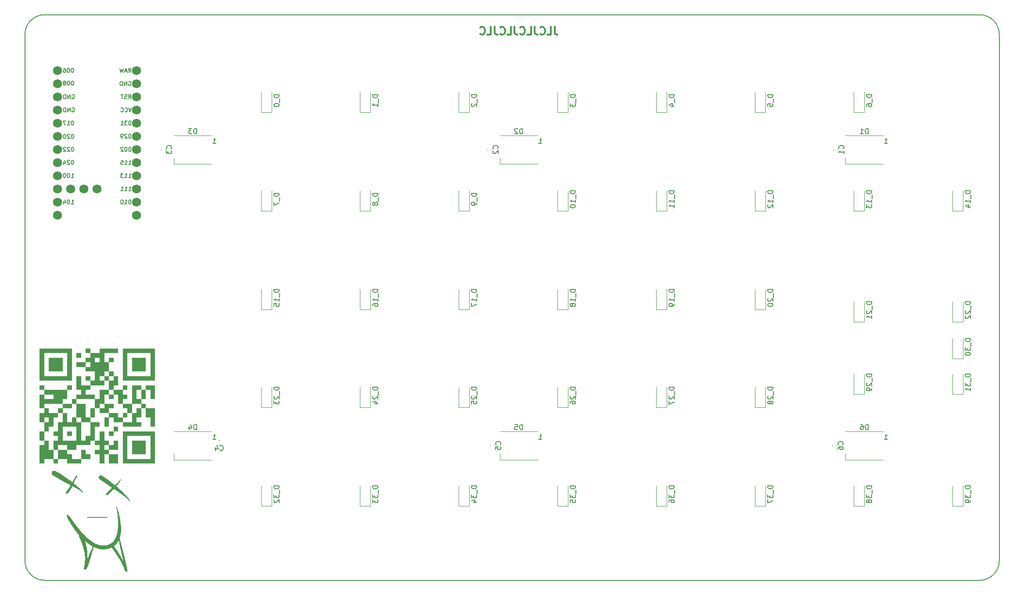
<source format=gbr>
G04 #@! TF.GenerationSoftware,KiCad,Pcbnew,(6.0.1)*
G04 #@! TF.CreationDate,2022-04-05T13:54:26+01:00*
G04 #@! TF.ProjectId,Keyboard Right Hand Side,4b657962-6f61-4726-9420-526967687420,rev?*
G04 #@! TF.SameCoordinates,Original*
G04 #@! TF.FileFunction,Legend,Bot*
G04 #@! TF.FilePolarity,Positive*
%FSLAX46Y46*%
G04 Gerber Fmt 4.6, Leading zero omitted, Abs format (unit mm)*
G04 Created by KiCad (PCBNEW (6.0.1)) date 2022-04-05 13:54:26*
%MOMM*%
%LPD*%
G01*
G04 APERTURE LIST*
G04 #@! TA.AperFunction,Profile*
%ADD10C,0.200000*%
G04 #@! TD*
%ADD11C,0.300000*%
%ADD12C,0.150000*%
%ADD13C,0.120000*%
%ADD14C,1.752600*%
G04 APERTURE END LIST*
D10*
X264793323Y-41276677D02*
G75*
G03*
X260983323Y-37466677I-3809999J1D01*
G01*
X260983323Y-146683323D02*
G75*
G03*
X264793323Y-142873323I1J3809999D01*
G01*
X80646677Y-37466677D02*
X260983323Y-37466677D01*
X76836677Y-142873323D02*
X76836677Y-41276677D01*
X260983323Y-146683323D02*
X80646677Y-146683323D01*
X80646677Y-37466677D02*
G75*
G03*
X76836677Y-41276677I-1J-3809999D01*
G01*
X76836677Y-142873323D02*
G75*
G03*
X80646677Y-146683323I3809999J-1D01*
G01*
X264793323Y-41276677D02*
X264793323Y-142873323D01*
D11*
X179013571Y-39818571D02*
X179013571Y-40890000D01*
X179085000Y-41104285D01*
X179227857Y-41247142D01*
X179442142Y-41318571D01*
X179585000Y-41318571D01*
X177585000Y-41318571D02*
X178299285Y-41318571D01*
X178299285Y-39818571D01*
X176227857Y-41175714D02*
X176299285Y-41247142D01*
X176513571Y-41318571D01*
X176656428Y-41318571D01*
X176870714Y-41247142D01*
X177013571Y-41104285D01*
X177085000Y-40961428D01*
X177156428Y-40675714D01*
X177156428Y-40461428D01*
X177085000Y-40175714D01*
X177013571Y-40032857D01*
X176870714Y-39890000D01*
X176656428Y-39818571D01*
X176513571Y-39818571D01*
X176299285Y-39890000D01*
X176227857Y-39961428D01*
X175156428Y-39818571D02*
X175156428Y-40890000D01*
X175227857Y-41104285D01*
X175370714Y-41247142D01*
X175585000Y-41318571D01*
X175727857Y-41318571D01*
X173727857Y-41318571D02*
X174442142Y-41318571D01*
X174442142Y-39818571D01*
X172370714Y-41175714D02*
X172442142Y-41247142D01*
X172656428Y-41318571D01*
X172799285Y-41318571D01*
X173013571Y-41247142D01*
X173156428Y-41104285D01*
X173227857Y-40961428D01*
X173299285Y-40675714D01*
X173299285Y-40461428D01*
X173227857Y-40175714D01*
X173156428Y-40032857D01*
X173013571Y-39890000D01*
X172799285Y-39818571D01*
X172656428Y-39818571D01*
X172442142Y-39890000D01*
X172370714Y-39961428D01*
X171299285Y-39818571D02*
X171299285Y-40890000D01*
X171370714Y-41104285D01*
X171513571Y-41247142D01*
X171727857Y-41318571D01*
X171870714Y-41318571D01*
X169870714Y-41318571D02*
X170585000Y-41318571D01*
X170585000Y-39818571D01*
X168513571Y-41175714D02*
X168585000Y-41247142D01*
X168799285Y-41318571D01*
X168942142Y-41318571D01*
X169156428Y-41247142D01*
X169299285Y-41104285D01*
X169370714Y-40961428D01*
X169442142Y-40675714D01*
X169442142Y-40461428D01*
X169370714Y-40175714D01*
X169299285Y-40032857D01*
X169156428Y-39890000D01*
X168942142Y-39818571D01*
X168799285Y-39818571D01*
X168585000Y-39890000D01*
X168513571Y-39961428D01*
X167442142Y-39818571D02*
X167442142Y-40890000D01*
X167513571Y-41104285D01*
X167656428Y-41247142D01*
X167870714Y-41318571D01*
X168013571Y-41318571D01*
X166013571Y-41318571D02*
X166727857Y-41318571D01*
X166727857Y-39818571D01*
X164656428Y-41175714D02*
X164727857Y-41247142D01*
X164942142Y-41318571D01*
X165085000Y-41318571D01*
X165299285Y-41247142D01*
X165442142Y-41104285D01*
X165513571Y-40961428D01*
X165585000Y-40675714D01*
X165585000Y-40461428D01*
X165513571Y-40175714D01*
X165442142Y-40032857D01*
X165299285Y-39890000D01*
X165085000Y-39818571D01*
X164942142Y-39818571D01*
X164727857Y-39890000D01*
X164656428Y-39961428D01*
D12*
X97114491Y-63036654D02*
X97038300Y-63036654D01*
X96962110Y-63074750D01*
X96924014Y-63112845D01*
X96885919Y-63189035D01*
X96847824Y-63341416D01*
X96847824Y-63531892D01*
X96885919Y-63684273D01*
X96924014Y-63760464D01*
X96962110Y-63798559D01*
X97038300Y-63836654D01*
X97114491Y-63836654D01*
X97190681Y-63798559D01*
X97228776Y-63760464D01*
X97266871Y-63684273D01*
X97304967Y-63531892D01*
X97304967Y-63341416D01*
X97266871Y-63189035D01*
X97228776Y-63112845D01*
X97190681Y-63074750D01*
X97114491Y-63036654D01*
X96352586Y-63036654D02*
X96276395Y-63036654D01*
X96200205Y-63074750D01*
X96162110Y-63112845D01*
X96124014Y-63189035D01*
X96085919Y-63341416D01*
X96085919Y-63531892D01*
X96124014Y-63684273D01*
X96162110Y-63760464D01*
X96200205Y-63798559D01*
X96276395Y-63836654D01*
X96352586Y-63836654D01*
X96428776Y-63798559D01*
X96466871Y-63760464D01*
X96504967Y-63684273D01*
X96543062Y-63531892D01*
X96543062Y-63341416D01*
X96504967Y-63189035D01*
X96466871Y-63112845D01*
X96428776Y-63074750D01*
X96352586Y-63036654D01*
X95781157Y-63112845D02*
X95743062Y-63074750D01*
X95666871Y-63036654D01*
X95476395Y-63036654D01*
X95400205Y-63074750D01*
X95362110Y-63112845D01*
X95324014Y-63189035D01*
X95324014Y-63265226D01*
X95362110Y-63379511D01*
X95819252Y-63836654D01*
X95324014Y-63836654D01*
X96803395Y-48596654D02*
X97070062Y-48215702D01*
X97260538Y-48596654D02*
X97260538Y-47796654D01*
X96955776Y-47796654D01*
X96879586Y-47834750D01*
X96841491Y-47872845D01*
X96803395Y-47949035D01*
X96803395Y-48063321D01*
X96841491Y-48139511D01*
X96879586Y-48177607D01*
X96955776Y-48215702D01*
X97260538Y-48215702D01*
X96498634Y-48368083D02*
X96117681Y-48368083D01*
X96574824Y-48596654D02*
X96308157Y-47796654D01*
X96041491Y-48596654D01*
X95851015Y-47796654D02*
X95660538Y-48596654D01*
X95508157Y-48025226D01*
X95355776Y-48596654D01*
X95165300Y-47796654D01*
X85773443Y-68916654D02*
X86230586Y-68916654D01*
X86002014Y-68916654D02*
X86002014Y-68116654D01*
X86078205Y-68230940D01*
X86154395Y-68307130D01*
X86230586Y-68345226D01*
X85278205Y-68116654D02*
X85202014Y-68116654D01*
X85125824Y-68154750D01*
X85087729Y-68192845D01*
X85049633Y-68269035D01*
X85011538Y-68421416D01*
X85011538Y-68611892D01*
X85049633Y-68764273D01*
X85087729Y-68840464D01*
X85125824Y-68878559D01*
X85202014Y-68916654D01*
X85278205Y-68916654D01*
X85354395Y-68878559D01*
X85392490Y-68840464D01*
X85430586Y-68764273D01*
X85468681Y-68611892D01*
X85468681Y-68421416D01*
X85430586Y-68269035D01*
X85392490Y-68192845D01*
X85354395Y-68154750D01*
X85278205Y-68116654D01*
X84516300Y-68116654D02*
X84440110Y-68116654D01*
X84363919Y-68154750D01*
X84325824Y-68192845D01*
X84287729Y-68269035D01*
X84249633Y-68421416D01*
X84249633Y-68611892D01*
X84287729Y-68764273D01*
X84325824Y-68840464D01*
X84363919Y-68878559D01*
X84440110Y-68916654D01*
X84516300Y-68916654D01*
X84592490Y-68878559D01*
X84630586Y-68840464D01*
X84668681Y-68764273D01*
X84706776Y-68611892D01*
X84706776Y-68421416D01*
X84668681Y-68269035D01*
X84630586Y-68192845D01*
X84592490Y-68154750D01*
X84516300Y-68116654D01*
X85925823Y-52914750D02*
X86002014Y-52876654D01*
X86116300Y-52876654D01*
X86230585Y-52914750D01*
X86306776Y-52990940D01*
X86344871Y-53067130D01*
X86382966Y-53219511D01*
X86382966Y-53333797D01*
X86344871Y-53486178D01*
X86306776Y-53562369D01*
X86230585Y-53638559D01*
X86116300Y-53676654D01*
X86040109Y-53676654D01*
X85925823Y-53638559D01*
X85887728Y-53600464D01*
X85887728Y-53333797D01*
X86040109Y-53333797D01*
X85544871Y-53676654D02*
X85544871Y-52876654D01*
X85087728Y-53676654D01*
X85087728Y-52876654D01*
X84706776Y-53676654D02*
X84706776Y-52876654D01*
X84516300Y-52876654D01*
X84402014Y-52914750D01*
X84325823Y-52990940D01*
X84287728Y-53067130D01*
X84249633Y-53219511D01*
X84249633Y-53333797D01*
X84287728Y-53486178D01*
X84325823Y-53562369D01*
X84402014Y-53638559D01*
X84516300Y-53676654D01*
X84706776Y-53676654D01*
X86040110Y-57956654D02*
X85963919Y-57956654D01*
X85887729Y-57994750D01*
X85849633Y-58032845D01*
X85811538Y-58109035D01*
X85773443Y-58261416D01*
X85773443Y-58451892D01*
X85811538Y-58604273D01*
X85849633Y-58680464D01*
X85887729Y-58718559D01*
X85963919Y-58756654D01*
X86040110Y-58756654D01*
X86116300Y-58718559D01*
X86154395Y-58680464D01*
X86192490Y-58604273D01*
X86230586Y-58451892D01*
X86230586Y-58261416D01*
X86192490Y-58109035D01*
X86154395Y-58032845D01*
X86116300Y-57994750D01*
X86040110Y-57956654D01*
X85011538Y-58756654D02*
X85468681Y-58756654D01*
X85240110Y-58756654D02*
X85240110Y-57956654D01*
X85316300Y-58070940D01*
X85392490Y-58147130D01*
X85468681Y-58185226D01*
X84744871Y-57956654D02*
X84211538Y-57956654D01*
X84554395Y-58756654D01*
X96847824Y-66376654D02*
X97304967Y-66376654D01*
X97076395Y-66376654D02*
X97076395Y-65576654D01*
X97152586Y-65690940D01*
X97228776Y-65767130D01*
X97304967Y-65805226D01*
X96085919Y-66376654D02*
X96543062Y-66376654D01*
X96314491Y-66376654D02*
X96314491Y-65576654D01*
X96390681Y-65690940D01*
X96466871Y-65767130D01*
X96543062Y-65805226D01*
X95362110Y-65576654D02*
X95743062Y-65576654D01*
X95781157Y-65957607D01*
X95743062Y-65919511D01*
X95666871Y-65881416D01*
X95476395Y-65881416D01*
X95400205Y-65919511D01*
X95362110Y-65957607D01*
X95324014Y-66033797D01*
X95324014Y-66224273D01*
X95362110Y-66300464D01*
X95400205Y-66338559D01*
X95476395Y-66376654D01*
X95666871Y-66376654D01*
X95743062Y-66338559D01*
X95781157Y-66300464D01*
X97114491Y-60496654D02*
X97038300Y-60496654D01*
X96962110Y-60534750D01*
X96924014Y-60572845D01*
X96885919Y-60649035D01*
X96847824Y-60801416D01*
X96847824Y-60991892D01*
X96885919Y-61144273D01*
X96924014Y-61220464D01*
X96962110Y-61258559D01*
X97038300Y-61296654D01*
X97114491Y-61296654D01*
X97190681Y-61258559D01*
X97228776Y-61220464D01*
X97266871Y-61144273D01*
X97304967Y-60991892D01*
X97304967Y-60801416D01*
X97266871Y-60649035D01*
X97228776Y-60572845D01*
X97190681Y-60534750D01*
X97114491Y-60496654D01*
X96543062Y-60572845D02*
X96504967Y-60534750D01*
X96428776Y-60496654D01*
X96238300Y-60496654D01*
X96162110Y-60534750D01*
X96124014Y-60572845D01*
X96085919Y-60649035D01*
X96085919Y-60725226D01*
X96124014Y-60839511D01*
X96581157Y-61296654D01*
X96085919Y-61296654D01*
X95704967Y-61296654D02*
X95552586Y-61296654D01*
X95476395Y-61258559D01*
X95438300Y-61220464D01*
X95362110Y-61106178D01*
X95324014Y-60953797D01*
X95324014Y-60649035D01*
X95362110Y-60572845D01*
X95400205Y-60534750D01*
X95476395Y-60496654D01*
X95628776Y-60496654D01*
X95704967Y-60534750D01*
X95743062Y-60572845D01*
X95781157Y-60649035D01*
X95781157Y-60839511D01*
X95743062Y-60915702D01*
X95704967Y-60953797D01*
X95628776Y-60991892D01*
X95476395Y-60991892D01*
X95400205Y-60953797D01*
X95362110Y-60915702D01*
X95324014Y-60839511D01*
X86040110Y-47796654D02*
X85963919Y-47796654D01*
X85887729Y-47834750D01*
X85849633Y-47872845D01*
X85811538Y-47949035D01*
X85773443Y-48101416D01*
X85773443Y-48291892D01*
X85811538Y-48444273D01*
X85849633Y-48520464D01*
X85887729Y-48558559D01*
X85963919Y-48596654D01*
X86040110Y-48596654D01*
X86116300Y-48558559D01*
X86154395Y-48520464D01*
X86192490Y-48444273D01*
X86230586Y-48291892D01*
X86230586Y-48101416D01*
X86192490Y-47949035D01*
X86154395Y-47872845D01*
X86116300Y-47834750D01*
X86040110Y-47796654D01*
X85278205Y-47796654D02*
X85202014Y-47796654D01*
X85125824Y-47834750D01*
X85087729Y-47872845D01*
X85049633Y-47949035D01*
X85011538Y-48101416D01*
X85011538Y-48291892D01*
X85049633Y-48444273D01*
X85087729Y-48520464D01*
X85125824Y-48558559D01*
X85202014Y-48596654D01*
X85278205Y-48596654D01*
X85354395Y-48558559D01*
X85392490Y-48520464D01*
X85430586Y-48444273D01*
X85468681Y-48291892D01*
X85468681Y-48101416D01*
X85430586Y-47949035D01*
X85392490Y-47872845D01*
X85354395Y-47834750D01*
X85278205Y-47796654D01*
X84325824Y-47796654D02*
X84478205Y-47796654D01*
X84554395Y-47834750D01*
X84592490Y-47872845D01*
X84668681Y-47987130D01*
X84706776Y-48139511D01*
X84706776Y-48444273D01*
X84668681Y-48520464D01*
X84630586Y-48558559D01*
X84554395Y-48596654D01*
X84402014Y-48596654D01*
X84325824Y-48558559D01*
X84287729Y-48520464D01*
X84249633Y-48444273D01*
X84249633Y-48253797D01*
X84287729Y-48177607D01*
X84325824Y-48139511D01*
X84402014Y-48101416D01*
X84554395Y-48101416D01*
X84630586Y-48139511D01*
X84668681Y-48177607D01*
X84706776Y-48253797D01*
X97114491Y-73196654D02*
X97038300Y-73196654D01*
X96962110Y-73234750D01*
X96924014Y-73272845D01*
X96885919Y-73349035D01*
X96847824Y-73501416D01*
X96847824Y-73691892D01*
X96885919Y-73844273D01*
X96924014Y-73920464D01*
X96962110Y-73958559D01*
X97038300Y-73996654D01*
X97114491Y-73996654D01*
X97190681Y-73958559D01*
X97228776Y-73920464D01*
X97266871Y-73844273D01*
X97304967Y-73691892D01*
X97304967Y-73501416D01*
X97266871Y-73349035D01*
X97228776Y-73272845D01*
X97190681Y-73234750D01*
X97114491Y-73196654D01*
X96085919Y-73996654D02*
X96543062Y-73996654D01*
X96314491Y-73996654D02*
X96314491Y-73196654D01*
X96390681Y-73310940D01*
X96466871Y-73387130D01*
X96543062Y-73425226D01*
X95590681Y-73196654D02*
X95514491Y-73196654D01*
X95438300Y-73234750D01*
X95400205Y-73272845D01*
X95362110Y-73349035D01*
X95324014Y-73501416D01*
X95324014Y-73691892D01*
X95362110Y-73844273D01*
X95400205Y-73920464D01*
X95438300Y-73958559D01*
X95514491Y-73996654D01*
X95590681Y-73996654D01*
X95666871Y-73958559D01*
X95704967Y-73920464D01*
X95743062Y-73844273D01*
X95781157Y-73691892D01*
X95781157Y-73501416D01*
X95743062Y-73349035D01*
X95704967Y-73272845D01*
X95666871Y-73234750D01*
X95590681Y-73196654D01*
X97381157Y-55416654D02*
X97114491Y-56216654D01*
X96847824Y-55416654D01*
X96124014Y-56140464D02*
X96162110Y-56178559D01*
X96276395Y-56216654D01*
X96352586Y-56216654D01*
X96466871Y-56178559D01*
X96543062Y-56102369D01*
X96581157Y-56026178D01*
X96619252Y-55873797D01*
X96619252Y-55759511D01*
X96581157Y-55607130D01*
X96543062Y-55530940D01*
X96466871Y-55454750D01*
X96352586Y-55416654D01*
X96276395Y-55416654D01*
X96162110Y-55454750D01*
X96124014Y-55492845D01*
X95324014Y-56140464D02*
X95362110Y-56178559D01*
X95476395Y-56216654D01*
X95552586Y-56216654D01*
X95666871Y-56178559D01*
X95743062Y-56102369D01*
X95781157Y-56026178D01*
X95819252Y-55873797D01*
X95819252Y-55759511D01*
X95781157Y-55607130D01*
X95743062Y-55530940D01*
X95666871Y-55454750D01*
X95552586Y-55416654D01*
X95476395Y-55416654D01*
X95362110Y-55454750D01*
X95324014Y-55492845D01*
X86040110Y-60566654D02*
X85963919Y-60566654D01*
X85887729Y-60604750D01*
X85849633Y-60642845D01*
X85811538Y-60719035D01*
X85773443Y-60871416D01*
X85773443Y-61061892D01*
X85811538Y-61214273D01*
X85849633Y-61290464D01*
X85887729Y-61328559D01*
X85963919Y-61366654D01*
X86040110Y-61366654D01*
X86116300Y-61328559D01*
X86154395Y-61290464D01*
X86192490Y-61214273D01*
X86230586Y-61061892D01*
X86230586Y-60871416D01*
X86192490Y-60719035D01*
X86154395Y-60642845D01*
X86116300Y-60604750D01*
X86040110Y-60566654D01*
X85468681Y-60642845D02*
X85430586Y-60604750D01*
X85354395Y-60566654D01*
X85163919Y-60566654D01*
X85087729Y-60604750D01*
X85049633Y-60642845D01*
X85011538Y-60719035D01*
X85011538Y-60795226D01*
X85049633Y-60909511D01*
X85506776Y-61366654D01*
X85011538Y-61366654D01*
X84516300Y-60566654D02*
X84440110Y-60566654D01*
X84363919Y-60604750D01*
X84325824Y-60642845D01*
X84287729Y-60719035D01*
X84249633Y-60871416D01*
X84249633Y-61061892D01*
X84287729Y-61214273D01*
X84325824Y-61290464D01*
X84363919Y-61328559D01*
X84440110Y-61366654D01*
X84516300Y-61366654D01*
X84592490Y-61328559D01*
X84630586Y-61290464D01*
X84668681Y-61214273D01*
X84706776Y-61061892D01*
X84706776Y-60871416D01*
X84668681Y-60719035D01*
X84630586Y-60642845D01*
X84592490Y-60604750D01*
X84516300Y-60566654D01*
X86040110Y-63066654D02*
X85963919Y-63066654D01*
X85887729Y-63104750D01*
X85849633Y-63142845D01*
X85811538Y-63219035D01*
X85773443Y-63371416D01*
X85773443Y-63561892D01*
X85811538Y-63714273D01*
X85849633Y-63790464D01*
X85887729Y-63828559D01*
X85963919Y-63866654D01*
X86040110Y-63866654D01*
X86116300Y-63828559D01*
X86154395Y-63790464D01*
X86192490Y-63714273D01*
X86230586Y-63561892D01*
X86230586Y-63371416D01*
X86192490Y-63219035D01*
X86154395Y-63142845D01*
X86116300Y-63104750D01*
X86040110Y-63066654D01*
X85468681Y-63142845D02*
X85430586Y-63104750D01*
X85354395Y-63066654D01*
X85163919Y-63066654D01*
X85087729Y-63104750D01*
X85049633Y-63142845D01*
X85011538Y-63219035D01*
X85011538Y-63295226D01*
X85049633Y-63409511D01*
X85506776Y-63866654D01*
X85011538Y-63866654D01*
X84706776Y-63142845D02*
X84668681Y-63104750D01*
X84592490Y-63066654D01*
X84402014Y-63066654D01*
X84325824Y-63104750D01*
X84287729Y-63142845D01*
X84249633Y-63219035D01*
X84249633Y-63295226D01*
X84287729Y-63409511D01*
X84744871Y-63866654D01*
X84249633Y-63866654D01*
X85925823Y-55454750D02*
X86002014Y-55416654D01*
X86116300Y-55416654D01*
X86230585Y-55454750D01*
X86306776Y-55530940D01*
X86344871Y-55607130D01*
X86382966Y-55759511D01*
X86382966Y-55873797D01*
X86344871Y-56026178D01*
X86306776Y-56102369D01*
X86230585Y-56178559D01*
X86116300Y-56216654D01*
X86040109Y-56216654D01*
X85925823Y-56178559D01*
X85887728Y-56140464D01*
X85887728Y-55873797D01*
X86040109Y-55873797D01*
X85544871Y-56216654D02*
X85544871Y-55416654D01*
X85087728Y-56216654D01*
X85087728Y-55416654D01*
X84706776Y-56216654D02*
X84706776Y-55416654D01*
X84516300Y-55416654D01*
X84402014Y-55454750D01*
X84325823Y-55530940D01*
X84287728Y-55607130D01*
X84249633Y-55759511D01*
X84249633Y-55873797D01*
X84287728Y-56026178D01*
X84325823Y-56102369D01*
X84402014Y-56178559D01*
X84516300Y-56216654D01*
X84706776Y-56216654D01*
X96841490Y-50374750D02*
X96917681Y-50336654D01*
X97031967Y-50336654D01*
X97146252Y-50374750D01*
X97222443Y-50450940D01*
X97260538Y-50527130D01*
X97298633Y-50679511D01*
X97298633Y-50793797D01*
X97260538Y-50946178D01*
X97222443Y-51022369D01*
X97146252Y-51098559D01*
X97031967Y-51136654D01*
X96955776Y-51136654D01*
X96841490Y-51098559D01*
X96803395Y-51060464D01*
X96803395Y-50793797D01*
X96955776Y-50793797D01*
X96460538Y-51136654D02*
X96460538Y-50336654D01*
X96003395Y-51136654D01*
X96003395Y-50336654D01*
X95622443Y-51136654D02*
X95622443Y-50336654D01*
X95431967Y-50336654D01*
X95317681Y-50374750D01*
X95241490Y-50450940D01*
X95203395Y-50527130D01*
X95165300Y-50679511D01*
X95165300Y-50793797D01*
X95203395Y-50946178D01*
X95241490Y-51022369D01*
X95317681Y-51098559D01*
X95431967Y-51136654D01*
X95622443Y-51136654D01*
X96847824Y-71456654D02*
X97304967Y-71456654D01*
X97076395Y-71456654D02*
X97076395Y-70656654D01*
X97152586Y-70770940D01*
X97228776Y-70847130D01*
X97304967Y-70885226D01*
X96085919Y-71456654D02*
X96543062Y-71456654D01*
X96314491Y-71456654D02*
X96314491Y-70656654D01*
X96390681Y-70770940D01*
X96466871Y-70847130D01*
X96543062Y-70885226D01*
X95324014Y-71456654D02*
X95781157Y-71456654D01*
X95552586Y-71456654D02*
X95552586Y-70656654D01*
X95628776Y-70770940D01*
X95704967Y-70847130D01*
X95781157Y-70885226D01*
X86040110Y-65566654D02*
X85963919Y-65566654D01*
X85887729Y-65604750D01*
X85849633Y-65642845D01*
X85811538Y-65719035D01*
X85773443Y-65871416D01*
X85773443Y-66061892D01*
X85811538Y-66214273D01*
X85849633Y-66290464D01*
X85887729Y-66328559D01*
X85963919Y-66366654D01*
X86040110Y-66366654D01*
X86116300Y-66328559D01*
X86154395Y-66290464D01*
X86192490Y-66214273D01*
X86230586Y-66061892D01*
X86230586Y-65871416D01*
X86192490Y-65719035D01*
X86154395Y-65642845D01*
X86116300Y-65604750D01*
X86040110Y-65566654D01*
X85468681Y-65642845D02*
X85430586Y-65604750D01*
X85354395Y-65566654D01*
X85163919Y-65566654D01*
X85087729Y-65604750D01*
X85049633Y-65642845D01*
X85011538Y-65719035D01*
X85011538Y-65795226D01*
X85049633Y-65909511D01*
X85506776Y-66366654D01*
X85011538Y-66366654D01*
X84325824Y-65833321D02*
X84325824Y-66366654D01*
X84516300Y-65528559D02*
X84706776Y-66099988D01*
X84211538Y-66099988D01*
X96803395Y-53676654D02*
X97070061Y-53295702D01*
X97260538Y-53676654D02*
X97260538Y-52876654D01*
X96955776Y-52876654D01*
X96879585Y-52914750D01*
X96841490Y-52952845D01*
X96803395Y-53029035D01*
X96803395Y-53143321D01*
X96841490Y-53219511D01*
X96879585Y-53257607D01*
X96955776Y-53295702D01*
X97260538Y-53295702D01*
X96498633Y-53638559D02*
X96384347Y-53676654D01*
X96193871Y-53676654D01*
X96117680Y-53638559D01*
X96079585Y-53600464D01*
X96041490Y-53524273D01*
X96041490Y-53448083D01*
X96079585Y-53371892D01*
X96117680Y-53333797D01*
X96193871Y-53295702D01*
X96346252Y-53257607D01*
X96422442Y-53219511D01*
X96460538Y-53181416D01*
X96498633Y-53105226D01*
X96498633Y-53029035D01*
X96460538Y-52952845D01*
X96422442Y-52914750D01*
X96346252Y-52876654D01*
X96155776Y-52876654D01*
X96041490Y-52914750D01*
X95812919Y-52876654D02*
X95355776Y-52876654D01*
X95584347Y-53676654D02*
X95584347Y-52876654D01*
X97114491Y-57956654D02*
X97038300Y-57956654D01*
X96962110Y-57994750D01*
X96924014Y-58032845D01*
X96885919Y-58109035D01*
X96847824Y-58261416D01*
X96847824Y-58451892D01*
X96885919Y-58604273D01*
X96924014Y-58680464D01*
X96962110Y-58718559D01*
X97038300Y-58756654D01*
X97114491Y-58756654D01*
X97190681Y-58718559D01*
X97228776Y-58680464D01*
X97266871Y-58604273D01*
X97304967Y-58451892D01*
X97304967Y-58261416D01*
X97266871Y-58109035D01*
X97228776Y-58032845D01*
X97190681Y-57994750D01*
X97114491Y-57956654D01*
X96581157Y-57956654D02*
X96085919Y-57956654D01*
X96352586Y-58261416D01*
X96238300Y-58261416D01*
X96162110Y-58299511D01*
X96124014Y-58337607D01*
X96085919Y-58413797D01*
X96085919Y-58604273D01*
X96124014Y-58680464D01*
X96162110Y-58718559D01*
X96238300Y-58756654D01*
X96466871Y-58756654D01*
X96543062Y-58718559D01*
X96581157Y-58680464D01*
X95324014Y-58756654D02*
X95781157Y-58756654D01*
X95552586Y-58756654D02*
X95552586Y-57956654D01*
X95628776Y-58070940D01*
X95704967Y-58147130D01*
X95781157Y-58185226D01*
X96847824Y-68916654D02*
X97304967Y-68916654D01*
X97076395Y-68916654D02*
X97076395Y-68116654D01*
X97152586Y-68230940D01*
X97228776Y-68307130D01*
X97304967Y-68345226D01*
X96085919Y-68916654D02*
X96543062Y-68916654D01*
X96314491Y-68916654D02*
X96314491Y-68116654D01*
X96390681Y-68230940D01*
X96466871Y-68307130D01*
X96543062Y-68345226D01*
X95819252Y-68116654D02*
X95324014Y-68116654D01*
X95590681Y-68421416D01*
X95476395Y-68421416D01*
X95400205Y-68459511D01*
X95362110Y-68497607D01*
X95324014Y-68573797D01*
X95324014Y-68764273D01*
X95362110Y-68840464D01*
X95400205Y-68878559D01*
X95476395Y-68916654D01*
X95704967Y-68916654D01*
X95781157Y-68878559D01*
X95819252Y-68840464D01*
X86040110Y-50266654D02*
X85963919Y-50266654D01*
X85887729Y-50304750D01*
X85849633Y-50342845D01*
X85811538Y-50419035D01*
X85773443Y-50571416D01*
X85773443Y-50761892D01*
X85811538Y-50914273D01*
X85849633Y-50990464D01*
X85887729Y-51028559D01*
X85963919Y-51066654D01*
X86040110Y-51066654D01*
X86116300Y-51028559D01*
X86154395Y-50990464D01*
X86192490Y-50914273D01*
X86230586Y-50761892D01*
X86230586Y-50571416D01*
X86192490Y-50419035D01*
X86154395Y-50342845D01*
X86116300Y-50304750D01*
X86040110Y-50266654D01*
X85278205Y-50266654D02*
X85202014Y-50266654D01*
X85125824Y-50304750D01*
X85087729Y-50342845D01*
X85049633Y-50419035D01*
X85011538Y-50571416D01*
X85011538Y-50761892D01*
X85049633Y-50914273D01*
X85087729Y-50990464D01*
X85125824Y-51028559D01*
X85202014Y-51066654D01*
X85278205Y-51066654D01*
X85354395Y-51028559D01*
X85392490Y-50990464D01*
X85430586Y-50914273D01*
X85468681Y-50761892D01*
X85468681Y-50571416D01*
X85430586Y-50419035D01*
X85392490Y-50342845D01*
X85354395Y-50304750D01*
X85278205Y-50266654D01*
X84554395Y-50609511D02*
X84630586Y-50571416D01*
X84668681Y-50533321D01*
X84706776Y-50457130D01*
X84706776Y-50419035D01*
X84668681Y-50342845D01*
X84630586Y-50304750D01*
X84554395Y-50266654D01*
X84402014Y-50266654D01*
X84325824Y-50304750D01*
X84287729Y-50342845D01*
X84249633Y-50419035D01*
X84249633Y-50457130D01*
X84287729Y-50533321D01*
X84325824Y-50571416D01*
X84402014Y-50609511D01*
X84554395Y-50609511D01*
X84630586Y-50647607D01*
X84668681Y-50685702D01*
X84706776Y-50761892D01*
X84706776Y-50914273D01*
X84668681Y-50990464D01*
X84630586Y-51028559D01*
X84554395Y-51066654D01*
X84402014Y-51066654D01*
X84325824Y-51028559D01*
X84287729Y-50990464D01*
X84249633Y-50914273D01*
X84249633Y-50761892D01*
X84287729Y-50685702D01*
X84325824Y-50647607D01*
X84402014Y-50609511D01*
X85773443Y-73996654D02*
X86230586Y-73996654D01*
X86002014Y-73996654D02*
X86002014Y-73196654D01*
X86078205Y-73310940D01*
X86154395Y-73387130D01*
X86230586Y-73425226D01*
X85278205Y-73196654D02*
X85202014Y-73196654D01*
X85125824Y-73234750D01*
X85087729Y-73272845D01*
X85049633Y-73349035D01*
X85011538Y-73501416D01*
X85011538Y-73691892D01*
X85049633Y-73844273D01*
X85087729Y-73920464D01*
X85125824Y-73958559D01*
X85202014Y-73996654D01*
X85278205Y-73996654D01*
X85354395Y-73958559D01*
X85392490Y-73920464D01*
X85430586Y-73844273D01*
X85468681Y-73691892D01*
X85468681Y-73501416D01*
X85430586Y-73349035D01*
X85392490Y-73272845D01*
X85354395Y-73234750D01*
X85278205Y-73196654D01*
X84325824Y-73463321D02*
X84325824Y-73996654D01*
X84516300Y-73158559D02*
X84706776Y-73729988D01*
X84211538Y-73729988D01*
X92709761Y-134547057D02*
X88900238Y-134547057D01*
X240184680Y-71479561D02*
X239184680Y-71479561D01*
X239184680Y-71717657D01*
X239232300Y-71860514D01*
X239327538Y-71955752D01*
X239422776Y-72003371D01*
X239613252Y-72050990D01*
X239756109Y-72050990D01*
X239946585Y-72003371D01*
X240041823Y-71955752D01*
X240137061Y-71860514D01*
X240184680Y-71717657D01*
X240184680Y-71479561D01*
X240279919Y-72241466D02*
X240279919Y-73003371D01*
X240184680Y-73765276D02*
X240184680Y-73193847D01*
X240184680Y-73479561D02*
X239184680Y-73479561D01*
X239327538Y-73384323D01*
X239422776Y-73289085D01*
X239470395Y-73193847D01*
X239184680Y-74098609D02*
X239184680Y-74717657D01*
X239565633Y-74384323D01*
X239565633Y-74527180D01*
X239613252Y-74622419D01*
X239660871Y-74670038D01*
X239756109Y-74717657D01*
X239994204Y-74717657D01*
X240089442Y-74670038D01*
X240137061Y-74622419D01*
X240184680Y-74527180D01*
X240184680Y-74241466D01*
X240137061Y-74146228D01*
X240089442Y-74098609D01*
X202084680Y-52905752D02*
X201084680Y-52905752D01*
X201084680Y-53143847D01*
X201132300Y-53286704D01*
X201227538Y-53381942D01*
X201322776Y-53429561D01*
X201513252Y-53477180D01*
X201656109Y-53477180D01*
X201846585Y-53429561D01*
X201941823Y-53381942D01*
X202037061Y-53286704D01*
X202084680Y-53143847D01*
X202084680Y-52905752D01*
X202179919Y-53667657D02*
X202179919Y-54429561D01*
X201418014Y-55096228D02*
X202084680Y-55096228D01*
X201037061Y-54858133D02*
X201751347Y-54620038D01*
X201751347Y-55239085D01*
X202084680Y-109402761D02*
X201084680Y-109402761D01*
X201084680Y-109640857D01*
X201132300Y-109783714D01*
X201227538Y-109878952D01*
X201322776Y-109926571D01*
X201513252Y-109974190D01*
X201656109Y-109974190D01*
X201846585Y-109926571D01*
X201941823Y-109878952D01*
X202037061Y-109783714D01*
X202084680Y-109640857D01*
X202084680Y-109402761D01*
X202179919Y-110164666D02*
X202179919Y-110926571D01*
X201179919Y-111117047D02*
X201132300Y-111164666D01*
X201084680Y-111259904D01*
X201084680Y-111498000D01*
X201132300Y-111593238D01*
X201179919Y-111640857D01*
X201275157Y-111688476D01*
X201370395Y-111688476D01*
X201513252Y-111640857D01*
X202084680Y-111069428D01*
X202084680Y-111688476D01*
X201084680Y-112021809D02*
X201084680Y-112688476D01*
X202084680Y-112259904D01*
X114466666Y-121532142D02*
X114514285Y-121579761D01*
X114657142Y-121627380D01*
X114752380Y-121627380D01*
X114895238Y-121579761D01*
X114990476Y-121484523D01*
X115038095Y-121389285D01*
X115085714Y-121198809D01*
X115085714Y-121055952D01*
X115038095Y-120865476D01*
X114990476Y-120770238D01*
X114895238Y-120675000D01*
X114752380Y-120627380D01*
X114657142Y-120627380D01*
X114514285Y-120675000D01*
X114466666Y-120722619D01*
X113609523Y-120960714D02*
X113609523Y-121627380D01*
X113847619Y-120579761D02*
X114085714Y-121294047D01*
X113466666Y-121294047D01*
X172823095Y-60452380D02*
X172823095Y-59452380D01*
X172585000Y-59452380D01*
X172442142Y-59500000D01*
X172346904Y-59595238D01*
X172299285Y-59690476D01*
X172251666Y-59880952D01*
X172251666Y-60023809D01*
X172299285Y-60214285D01*
X172346904Y-60309523D01*
X172442142Y-60404761D01*
X172585000Y-60452380D01*
X172823095Y-60452380D01*
X171870714Y-59547619D02*
X171823095Y-59500000D01*
X171727857Y-59452380D01*
X171489761Y-59452380D01*
X171394523Y-59500000D01*
X171346904Y-59547619D01*
X171299285Y-59642857D01*
X171299285Y-59738095D01*
X171346904Y-59880952D01*
X171918333Y-60452380D01*
X171299285Y-60452380D01*
X175949285Y-62352380D02*
X176520714Y-62352380D01*
X176235000Y-62352380D02*
X176235000Y-61352380D01*
X176330238Y-61495238D01*
X176425476Y-61590476D01*
X176520714Y-61638095D01*
X183034680Y-52905752D02*
X182034680Y-52905752D01*
X182034680Y-53143847D01*
X182082300Y-53286704D01*
X182177538Y-53381942D01*
X182272776Y-53429561D01*
X182463252Y-53477180D01*
X182606109Y-53477180D01*
X182796585Y-53429561D01*
X182891823Y-53381942D01*
X182987061Y-53286704D01*
X183034680Y-53143847D01*
X183034680Y-52905752D01*
X183129919Y-53667657D02*
X183129919Y-54429561D01*
X182034680Y-54572419D02*
X182034680Y-55191466D01*
X182415633Y-54858133D01*
X182415633Y-55000990D01*
X182463252Y-55096228D01*
X182510871Y-55143847D01*
X182606109Y-55191466D01*
X182844204Y-55191466D01*
X182939442Y-55143847D01*
X182987061Y-55096228D01*
X183034680Y-55000990D01*
X183034680Y-54715276D01*
X182987061Y-54620038D01*
X182939442Y-54572419D01*
X259234680Y-92892761D02*
X258234680Y-92892761D01*
X258234680Y-93130857D01*
X258282300Y-93273714D01*
X258377538Y-93368952D01*
X258472776Y-93416571D01*
X258663252Y-93464190D01*
X258806109Y-93464190D01*
X258996585Y-93416571D01*
X259091823Y-93368952D01*
X259187061Y-93273714D01*
X259234680Y-93130857D01*
X259234680Y-92892761D01*
X259329919Y-93654666D02*
X259329919Y-94416571D01*
X258329919Y-94607047D02*
X258282300Y-94654666D01*
X258234680Y-94749904D01*
X258234680Y-94988000D01*
X258282300Y-95083238D01*
X258329919Y-95130857D01*
X258425157Y-95178476D01*
X258520395Y-95178476D01*
X258663252Y-95130857D01*
X259234680Y-94559428D01*
X259234680Y-95178476D01*
X258329919Y-95559428D02*
X258282300Y-95607047D01*
X258234680Y-95702285D01*
X258234680Y-95940380D01*
X258282300Y-96035619D01*
X258329919Y-96083238D01*
X258425157Y-96130857D01*
X258520395Y-96130857D01*
X258663252Y-96083238D01*
X259234680Y-95511809D01*
X259234680Y-96130857D01*
X163984680Y-109402761D02*
X162984680Y-109402761D01*
X162984680Y-109640857D01*
X163032300Y-109783714D01*
X163127538Y-109878952D01*
X163222776Y-109926571D01*
X163413252Y-109974190D01*
X163556109Y-109974190D01*
X163746585Y-109926571D01*
X163841823Y-109878952D01*
X163937061Y-109783714D01*
X163984680Y-109640857D01*
X163984680Y-109402761D01*
X164079919Y-110164666D02*
X164079919Y-110926571D01*
X163079919Y-111117047D02*
X163032300Y-111164666D01*
X162984680Y-111259904D01*
X162984680Y-111498000D01*
X163032300Y-111593238D01*
X163079919Y-111640857D01*
X163175157Y-111688476D01*
X163270395Y-111688476D01*
X163413252Y-111640857D01*
X163984680Y-111069428D01*
X163984680Y-111688476D01*
X162984680Y-112593238D02*
X162984680Y-112117047D01*
X163460871Y-112069428D01*
X163413252Y-112117047D01*
X163365633Y-112212285D01*
X163365633Y-112450380D01*
X163413252Y-112545619D01*
X163460871Y-112593238D01*
X163556109Y-112640857D01*
X163794204Y-112640857D01*
X163889442Y-112593238D01*
X163937061Y-112545619D01*
X163984680Y-112450380D01*
X163984680Y-112212285D01*
X163937061Y-112117047D01*
X163889442Y-112069428D01*
X239498095Y-117602380D02*
X239498095Y-116602380D01*
X239260000Y-116602380D01*
X239117142Y-116650000D01*
X239021904Y-116745238D01*
X238974285Y-116840476D01*
X238926666Y-117030952D01*
X238926666Y-117173809D01*
X238974285Y-117364285D01*
X239021904Y-117459523D01*
X239117142Y-117554761D01*
X239260000Y-117602380D01*
X239498095Y-117602380D01*
X238069523Y-116602380D02*
X238260000Y-116602380D01*
X238355238Y-116650000D01*
X238402857Y-116697619D01*
X238498095Y-116840476D01*
X238545714Y-117030952D01*
X238545714Y-117411904D01*
X238498095Y-117507142D01*
X238450476Y-117554761D01*
X238355238Y-117602380D01*
X238164761Y-117602380D01*
X238069523Y-117554761D01*
X238021904Y-117507142D01*
X237974285Y-117411904D01*
X237974285Y-117173809D01*
X238021904Y-117078571D01*
X238069523Y-117030952D01*
X238164761Y-116983333D01*
X238355238Y-116983333D01*
X238450476Y-117030952D01*
X238498095Y-117078571D01*
X238545714Y-117173809D01*
X242624285Y-119502380D02*
X243195714Y-119502380D01*
X242910000Y-119502380D02*
X242910000Y-118502380D01*
X243005238Y-118645238D01*
X243100476Y-118740476D01*
X243195714Y-118788095D01*
X163984680Y-52905752D02*
X162984680Y-52905752D01*
X162984680Y-53143847D01*
X163032300Y-53286704D01*
X163127538Y-53381942D01*
X163222776Y-53429561D01*
X163413252Y-53477180D01*
X163556109Y-53477180D01*
X163746585Y-53429561D01*
X163841823Y-53381942D01*
X163937061Y-53286704D01*
X163984680Y-53143847D01*
X163984680Y-52905752D01*
X164079919Y-53667657D02*
X164079919Y-54429561D01*
X163079919Y-54620038D02*
X163032300Y-54667657D01*
X162984680Y-54762895D01*
X162984680Y-55000990D01*
X163032300Y-55096228D01*
X163079919Y-55143847D01*
X163175157Y-55191466D01*
X163270395Y-55191466D01*
X163413252Y-55143847D01*
X163984680Y-54572419D01*
X163984680Y-55191466D01*
X240184680Y-52905752D02*
X239184680Y-52905752D01*
X239184680Y-53143847D01*
X239232300Y-53286704D01*
X239327538Y-53381942D01*
X239422776Y-53429561D01*
X239613252Y-53477180D01*
X239756109Y-53477180D01*
X239946585Y-53429561D01*
X240041823Y-53381942D01*
X240137061Y-53286704D01*
X240184680Y-53143847D01*
X240184680Y-52905752D01*
X240279919Y-53667657D02*
X240279919Y-54429561D01*
X239184680Y-55096228D02*
X239184680Y-54905752D01*
X239232300Y-54810514D01*
X239279919Y-54762895D01*
X239422776Y-54667657D01*
X239613252Y-54620038D01*
X239994204Y-54620038D01*
X240089442Y-54667657D01*
X240137061Y-54715276D01*
X240184680Y-54810514D01*
X240184680Y-55000990D01*
X240137061Y-55096228D01*
X240089442Y-55143847D01*
X239994204Y-55191466D01*
X239756109Y-55191466D01*
X239660871Y-55143847D01*
X239613252Y-55096228D01*
X239565633Y-55000990D01*
X239565633Y-54810514D01*
X239613252Y-54715276D01*
X239660871Y-54667657D01*
X239756109Y-54620038D01*
X234717142Y-63333333D02*
X234764761Y-63285714D01*
X234812380Y-63142857D01*
X234812380Y-63047619D01*
X234764761Y-62904761D01*
X234669523Y-62809523D01*
X234574285Y-62761904D01*
X234383809Y-62714285D01*
X234240952Y-62714285D01*
X234050476Y-62761904D01*
X233955238Y-62809523D01*
X233860000Y-62904761D01*
X233812380Y-63047619D01*
X233812380Y-63142857D01*
X233860000Y-63285714D01*
X233907619Y-63333333D01*
X234812380Y-64285714D02*
X234812380Y-63714285D01*
X234812380Y-64000000D02*
X233812380Y-64000000D01*
X233955238Y-63904761D01*
X234050476Y-63809523D01*
X234098095Y-63714285D01*
X172823095Y-117602380D02*
X172823095Y-116602380D01*
X172585000Y-116602380D01*
X172442142Y-116650000D01*
X172346904Y-116745238D01*
X172299285Y-116840476D01*
X172251666Y-117030952D01*
X172251666Y-117173809D01*
X172299285Y-117364285D01*
X172346904Y-117459523D01*
X172442142Y-117554761D01*
X172585000Y-117602380D01*
X172823095Y-117602380D01*
X171346904Y-116602380D02*
X171823095Y-116602380D01*
X171870714Y-117078571D01*
X171823095Y-117030952D01*
X171727857Y-116983333D01*
X171489761Y-116983333D01*
X171394523Y-117030952D01*
X171346904Y-117078571D01*
X171299285Y-117173809D01*
X171299285Y-117411904D01*
X171346904Y-117507142D01*
X171394523Y-117554761D01*
X171489761Y-117602380D01*
X171727857Y-117602380D01*
X171823095Y-117554761D01*
X171870714Y-117507142D01*
X175949285Y-119502380D02*
X176520714Y-119502380D01*
X176235000Y-119502380D02*
X176235000Y-118502380D01*
X176330238Y-118645238D01*
X176425476Y-118740476D01*
X176520714Y-118788095D01*
X183034680Y-128452761D02*
X182034680Y-128452761D01*
X182034680Y-128690857D01*
X182082300Y-128833714D01*
X182177538Y-128928952D01*
X182272776Y-128976571D01*
X182463252Y-129024190D01*
X182606109Y-129024190D01*
X182796585Y-128976571D01*
X182891823Y-128928952D01*
X182987061Y-128833714D01*
X183034680Y-128690857D01*
X183034680Y-128452761D01*
X183129919Y-129214666D02*
X183129919Y-129976571D01*
X182034680Y-130119428D02*
X182034680Y-130738476D01*
X182415633Y-130405142D01*
X182415633Y-130548000D01*
X182463252Y-130643238D01*
X182510871Y-130690857D01*
X182606109Y-130738476D01*
X182844204Y-130738476D01*
X182939442Y-130690857D01*
X182987061Y-130643238D01*
X183034680Y-130548000D01*
X183034680Y-130262285D01*
X182987061Y-130167047D01*
X182939442Y-130119428D01*
X182034680Y-131643238D02*
X182034680Y-131167047D01*
X182510871Y-131119428D01*
X182463252Y-131167047D01*
X182415633Y-131262285D01*
X182415633Y-131500380D01*
X182463252Y-131595619D01*
X182510871Y-131643238D01*
X182606109Y-131690857D01*
X182844204Y-131690857D01*
X182939442Y-131643238D01*
X182987061Y-131595619D01*
X183034680Y-131500380D01*
X183034680Y-131262285D01*
X182987061Y-131167047D01*
X182939442Y-131119428D01*
X125884680Y-52905752D02*
X124884680Y-52905752D01*
X124884680Y-53143847D01*
X124932300Y-53286704D01*
X125027538Y-53381942D01*
X125122776Y-53429561D01*
X125313252Y-53477180D01*
X125456109Y-53477180D01*
X125646585Y-53429561D01*
X125741823Y-53381942D01*
X125837061Y-53286704D01*
X125884680Y-53143847D01*
X125884680Y-52905752D01*
X125979919Y-53667657D02*
X125979919Y-54429561D01*
X124884680Y-54858133D02*
X124884680Y-54953371D01*
X124932300Y-55048609D01*
X124979919Y-55096228D01*
X125075157Y-55143847D01*
X125265633Y-55191466D01*
X125503728Y-55191466D01*
X125694204Y-55143847D01*
X125789442Y-55096228D01*
X125837061Y-55048609D01*
X125884680Y-54953371D01*
X125884680Y-54858133D01*
X125837061Y-54762895D01*
X125789442Y-54715276D01*
X125694204Y-54667657D01*
X125503728Y-54620038D01*
X125265633Y-54620038D01*
X125075157Y-54667657D01*
X124979919Y-54715276D01*
X124932300Y-54762895D01*
X124884680Y-54858133D01*
X259234680Y-100004761D02*
X258234680Y-100004761D01*
X258234680Y-100242857D01*
X258282300Y-100385714D01*
X258377538Y-100480952D01*
X258472776Y-100528571D01*
X258663252Y-100576190D01*
X258806109Y-100576190D01*
X258996585Y-100528571D01*
X259091823Y-100480952D01*
X259187061Y-100385714D01*
X259234680Y-100242857D01*
X259234680Y-100004761D01*
X259329919Y-100766666D02*
X259329919Y-101528571D01*
X258234680Y-101671428D02*
X258234680Y-102290476D01*
X258615633Y-101957142D01*
X258615633Y-102100000D01*
X258663252Y-102195238D01*
X258710871Y-102242857D01*
X258806109Y-102290476D01*
X259044204Y-102290476D01*
X259139442Y-102242857D01*
X259187061Y-102195238D01*
X259234680Y-102100000D01*
X259234680Y-101814285D01*
X259187061Y-101719047D01*
X259139442Y-101671428D01*
X258234680Y-102909523D02*
X258234680Y-103004761D01*
X258282300Y-103100000D01*
X258329919Y-103147619D01*
X258425157Y-103195238D01*
X258615633Y-103242857D01*
X258853728Y-103242857D01*
X259044204Y-103195238D01*
X259139442Y-103147619D01*
X259187061Y-103100000D01*
X259234680Y-103004761D01*
X259234680Y-102909523D01*
X259187061Y-102814285D01*
X259139442Y-102766666D01*
X259044204Y-102719047D01*
X258853728Y-102671428D01*
X258615633Y-102671428D01*
X258425157Y-102719047D01*
X258329919Y-102766666D01*
X258282300Y-102814285D01*
X258234680Y-102909523D01*
X163984680Y-128452761D02*
X162984680Y-128452761D01*
X162984680Y-128690857D01*
X163032300Y-128833714D01*
X163127538Y-128928952D01*
X163222776Y-128976571D01*
X163413252Y-129024190D01*
X163556109Y-129024190D01*
X163746585Y-128976571D01*
X163841823Y-128928952D01*
X163937061Y-128833714D01*
X163984680Y-128690857D01*
X163984680Y-128452761D01*
X164079919Y-129214666D02*
X164079919Y-129976571D01*
X162984680Y-130119428D02*
X162984680Y-130738476D01*
X163365633Y-130405142D01*
X163365633Y-130548000D01*
X163413252Y-130643238D01*
X163460871Y-130690857D01*
X163556109Y-130738476D01*
X163794204Y-130738476D01*
X163889442Y-130690857D01*
X163937061Y-130643238D01*
X163984680Y-130548000D01*
X163984680Y-130262285D01*
X163937061Y-130167047D01*
X163889442Y-130119428D01*
X163318014Y-131595619D02*
X163984680Y-131595619D01*
X162937061Y-131357523D02*
X163651347Y-131119428D01*
X163651347Y-131738476D01*
X259234680Y-106862761D02*
X258234680Y-106862761D01*
X258234680Y-107100857D01*
X258282300Y-107243714D01*
X258377538Y-107338952D01*
X258472776Y-107386571D01*
X258663252Y-107434190D01*
X258806109Y-107434190D01*
X258996585Y-107386571D01*
X259091823Y-107338952D01*
X259187061Y-107243714D01*
X259234680Y-107100857D01*
X259234680Y-106862761D01*
X259329919Y-107624666D02*
X259329919Y-108386571D01*
X258234680Y-108529428D02*
X258234680Y-109148476D01*
X258615633Y-108815142D01*
X258615633Y-108958000D01*
X258663252Y-109053238D01*
X258710871Y-109100857D01*
X258806109Y-109148476D01*
X259044204Y-109148476D01*
X259139442Y-109100857D01*
X259187061Y-109053238D01*
X259234680Y-108958000D01*
X259234680Y-108672285D01*
X259187061Y-108577047D01*
X259139442Y-108529428D01*
X259234680Y-110100857D02*
X259234680Y-109529428D01*
X259234680Y-109815142D02*
X258234680Y-109815142D01*
X258377538Y-109719904D01*
X258472776Y-109624666D01*
X258520395Y-109529428D01*
X202084680Y-71479561D02*
X201084680Y-71479561D01*
X201084680Y-71717657D01*
X201132300Y-71860514D01*
X201227538Y-71955752D01*
X201322776Y-72003371D01*
X201513252Y-72050990D01*
X201656109Y-72050990D01*
X201846585Y-72003371D01*
X201941823Y-71955752D01*
X202037061Y-71860514D01*
X202084680Y-71717657D01*
X202084680Y-71479561D01*
X202179919Y-72241466D02*
X202179919Y-73003371D01*
X202084680Y-73765276D02*
X202084680Y-73193847D01*
X202084680Y-73479561D02*
X201084680Y-73479561D01*
X201227538Y-73384323D01*
X201322776Y-73289085D01*
X201370395Y-73193847D01*
X202084680Y-74717657D02*
X202084680Y-74146228D01*
X202084680Y-74431942D02*
X201084680Y-74431942D01*
X201227538Y-74336704D01*
X201322776Y-74241466D01*
X201370395Y-74146228D01*
X163984680Y-71955752D02*
X162984680Y-71955752D01*
X162984680Y-72193847D01*
X163032300Y-72336704D01*
X163127538Y-72431942D01*
X163222776Y-72479561D01*
X163413252Y-72527180D01*
X163556109Y-72527180D01*
X163746585Y-72479561D01*
X163841823Y-72431942D01*
X163937061Y-72336704D01*
X163984680Y-72193847D01*
X163984680Y-71955752D01*
X164079919Y-72717657D02*
X164079919Y-73479561D01*
X163984680Y-73765276D02*
X163984680Y-73955752D01*
X163937061Y-74050990D01*
X163889442Y-74098609D01*
X163746585Y-74193847D01*
X163556109Y-74241466D01*
X163175157Y-74241466D01*
X163079919Y-74193847D01*
X163032300Y-74146228D01*
X162984680Y-74050990D01*
X162984680Y-73860514D01*
X163032300Y-73765276D01*
X163079919Y-73717657D01*
X163175157Y-73670038D01*
X163413252Y-73670038D01*
X163508490Y-73717657D01*
X163556109Y-73765276D01*
X163603728Y-73860514D01*
X163603728Y-74050990D01*
X163556109Y-74146228D01*
X163508490Y-74193847D01*
X163413252Y-74241466D01*
X221134680Y-109402761D02*
X220134680Y-109402761D01*
X220134680Y-109640857D01*
X220182300Y-109783714D01*
X220277538Y-109878952D01*
X220372776Y-109926571D01*
X220563252Y-109974190D01*
X220706109Y-109974190D01*
X220896585Y-109926571D01*
X220991823Y-109878952D01*
X221087061Y-109783714D01*
X221134680Y-109640857D01*
X221134680Y-109402761D01*
X221229919Y-110164666D02*
X221229919Y-110926571D01*
X220229919Y-111117047D02*
X220182300Y-111164666D01*
X220134680Y-111259904D01*
X220134680Y-111498000D01*
X220182300Y-111593238D01*
X220229919Y-111640857D01*
X220325157Y-111688476D01*
X220420395Y-111688476D01*
X220563252Y-111640857D01*
X221134680Y-111069428D01*
X221134680Y-111688476D01*
X220563252Y-112259904D02*
X220515633Y-112164666D01*
X220468014Y-112117047D01*
X220372776Y-112069428D01*
X220325157Y-112069428D01*
X220229919Y-112117047D01*
X220182300Y-112164666D01*
X220134680Y-112259904D01*
X220134680Y-112450380D01*
X220182300Y-112545619D01*
X220229919Y-112593238D01*
X220325157Y-112640857D01*
X220372776Y-112640857D01*
X220468014Y-112593238D01*
X220515633Y-112545619D01*
X220563252Y-112450380D01*
X220563252Y-112259904D01*
X220610871Y-112164666D01*
X220658490Y-112117047D01*
X220753728Y-112069428D01*
X220944204Y-112069428D01*
X221039442Y-112117047D01*
X221087061Y-112164666D01*
X221134680Y-112259904D01*
X221134680Y-112450380D01*
X221087061Y-112545619D01*
X221039442Y-112593238D01*
X220944204Y-112640857D01*
X220753728Y-112640857D01*
X220658490Y-112593238D01*
X220610871Y-112545619D01*
X220563252Y-112450380D01*
X183034680Y-109402761D02*
X182034680Y-109402761D01*
X182034680Y-109640857D01*
X182082300Y-109783714D01*
X182177538Y-109878952D01*
X182272776Y-109926571D01*
X182463252Y-109974190D01*
X182606109Y-109974190D01*
X182796585Y-109926571D01*
X182891823Y-109878952D01*
X182987061Y-109783714D01*
X183034680Y-109640857D01*
X183034680Y-109402761D01*
X183129919Y-110164666D02*
X183129919Y-110926571D01*
X182129919Y-111117047D02*
X182082300Y-111164666D01*
X182034680Y-111259904D01*
X182034680Y-111498000D01*
X182082300Y-111593238D01*
X182129919Y-111640857D01*
X182225157Y-111688476D01*
X182320395Y-111688476D01*
X182463252Y-111640857D01*
X183034680Y-111069428D01*
X183034680Y-111688476D01*
X182034680Y-112545619D02*
X182034680Y-112355142D01*
X182082300Y-112259904D01*
X182129919Y-112212285D01*
X182272776Y-112117047D01*
X182463252Y-112069428D01*
X182844204Y-112069428D01*
X182939442Y-112117047D01*
X182987061Y-112164666D01*
X183034680Y-112259904D01*
X183034680Y-112450380D01*
X182987061Y-112545619D01*
X182939442Y-112593238D01*
X182844204Y-112640857D01*
X182606109Y-112640857D01*
X182510871Y-112593238D01*
X182463252Y-112545619D01*
X182415633Y-112450380D01*
X182415633Y-112259904D01*
X182463252Y-112164666D01*
X182510871Y-112117047D01*
X182606109Y-112069428D01*
X144934680Y-128452761D02*
X143934680Y-128452761D01*
X143934680Y-128690857D01*
X143982300Y-128833714D01*
X144077538Y-128928952D01*
X144172776Y-128976571D01*
X144363252Y-129024190D01*
X144506109Y-129024190D01*
X144696585Y-128976571D01*
X144791823Y-128928952D01*
X144887061Y-128833714D01*
X144934680Y-128690857D01*
X144934680Y-128452761D01*
X145029919Y-129214666D02*
X145029919Y-129976571D01*
X143934680Y-130119428D02*
X143934680Y-130738476D01*
X144315633Y-130405142D01*
X144315633Y-130548000D01*
X144363252Y-130643238D01*
X144410871Y-130690857D01*
X144506109Y-130738476D01*
X144744204Y-130738476D01*
X144839442Y-130690857D01*
X144887061Y-130643238D01*
X144934680Y-130548000D01*
X144934680Y-130262285D01*
X144887061Y-130167047D01*
X144839442Y-130119428D01*
X143934680Y-131071809D02*
X143934680Y-131690857D01*
X144315633Y-131357523D01*
X144315633Y-131500380D01*
X144363252Y-131595619D01*
X144410871Y-131643238D01*
X144506109Y-131690857D01*
X144744204Y-131690857D01*
X144839442Y-131643238D01*
X144887061Y-131595619D01*
X144934680Y-131500380D01*
X144934680Y-131214666D01*
X144887061Y-131119428D01*
X144839442Y-131071809D01*
X144934680Y-90529561D02*
X143934680Y-90529561D01*
X143934680Y-90767657D01*
X143982300Y-90910514D01*
X144077538Y-91005752D01*
X144172776Y-91053371D01*
X144363252Y-91100990D01*
X144506109Y-91100990D01*
X144696585Y-91053371D01*
X144791823Y-91005752D01*
X144887061Y-90910514D01*
X144934680Y-90767657D01*
X144934680Y-90529561D01*
X145029919Y-91291466D02*
X145029919Y-92053371D01*
X144934680Y-92815276D02*
X144934680Y-92243847D01*
X144934680Y-92529561D02*
X143934680Y-92529561D01*
X144077538Y-92434323D01*
X144172776Y-92339085D01*
X144220395Y-92243847D01*
X143934680Y-93672419D02*
X143934680Y-93481942D01*
X143982300Y-93386704D01*
X144029919Y-93339085D01*
X144172776Y-93243847D01*
X144363252Y-93196228D01*
X144744204Y-93196228D01*
X144839442Y-93243847D01*
X144887061Y-93291466D01*
X144934680Y-93386704D01*
X144934680Y-93577180D01*
X144887061Y-93672419D01*
X144839442Y-93720038D01*
X144744204Y-93767657D01*
X144506109Y-93767657D01*
X144410871Y-93720038D01*
X144363252Y-93672419D01*
X144315633Y-93577180D01*
X144315633Y-93386704D01*
X144363252Y-93291466D01*
X144410871Y-93243847D01*
X144506109Y-93196228D01*
X168014142Y-63333333D02*
X168061761Y-63285714D01*
X168109380Y-63142857D01*
X168109380Y-63047619D01*
X168061761Y-62904761D01*
X167966523Y-62809523D01*
X167871285Y-62761904D01*
X167680809Y-62714285D01*
X167537952Y-62714285D01*
X167347476Y-62761904D01*
X167252238Y-62809523D01*
X167157000Y-62904761D01*
X167109380Y-63047619D01*
X167109380Y-63142857D01*
X167157000Y-63285714D01*
X167204619Y-63333333D01*
X167204619Y-63714285D02*
X167157000Y-63761904D01*
X167109380Y-63857142D01*
X167109380Y-64095238D01*
X167157000Y-64190476D01*
X167204619Y-64238095D01*
X167299857Y-64285714D01*
X167395095Y-64285714D01*
X167537952Y-64238095D01*
X168109380Y-63666666D01*
X168109380Y-64285714D01*
X259234680Y-128452761D02*
X258234680Y-128452761D01*
X258234680Y-128690857D01*
X258282300Y-128833714D01*
X258377538Y-128928952D01*
X258472776Y-128976571D01*
X258663252Y-129024190D01*
X258806109Y-129024190D01*
X258996585Y-128976571D01*
X259091823Y-128928952D01*
X259187061Y-128833714D01*
X259234680Y-128690857D01*
X259234680Y-128452761D01*
X259329919Y-129214666D02*
X259329919Y-129976571D01*
X258234680Y-130119428D02*
X258234680Y-130738476D01*
X258615633Y-130405142D01*
X258615633Y-130548000D01*
X258663252Y-130643238D01*
X258710871Y-130690857D01*
X258806109Y-130738476D01*
X259044204Y-130738476D01*
X259139442Y-130690857D01*
X259187061Y-130643238D01*
X259234680Y-130548000D01*
X259234680Y-130262285D01*
X259187061Y-130167047D01*
X259139442Y-130119428D01*
X259234680Y-131214666D02*
X259234680Y-131405142D01*
X259187061Y-131500380D01*
X259139442Y-131548000D01*
X258996585Y-131643238D01*
X258806109Y-131690857D01*
X258425157Y-131690857D01*
X258329919Y-131643238D01*
X258282300Y-131595619D01*
X258234680Y-131500380D01*
X258234680Y-131309904D01*
X258282300Y-131214666D01*
X258329919Y-131167047D01*
X258425157Y-131119428D01*
X258663252Y-131119428D01*
X258758490Y-131167047D01*
X258806109Y-131214666D01*
X258853728Y-131309904D01*
X258853728Y-131500380D01*
X258806109Y-131595619D01*
X258758490Y-131643238D01*
X258663252Y-131690857D01*
X202084680Y-128452761D02*
X201084680Y-128452761D01*
X201084680Y-128690857D01*
X201132300Y-128833714D01*
X201227538Y-128928952D01*
X201322776Y-128976571D01*
X201513252Y-129024190D01*
X201656109Y-129024190D01*
X201846585Y-128976571D01*
X201941823Y-128928952D01*
X202037061Y-128833714D01*
X202084680Y-128690857D01*
X202084680Y-128452761D01*
X202179919Y-129214666D02*
X202179919Y-129976571D01*
X201084680Y-130119428D02*
X201084680Y-130738476D01*
X201465633Y-130405142D01*
X201465633Y-130548000D01*
X201513252Y-130643238D01*
X201560871Y-130690857D01*
X201656109Y-130738476D01*
X201894204Y-130738476D01*
X201989442Y-130690857D01*
X202037061Y-130643238D01*
X202084680Y-130548000D01*
X202084680Y-130262285D01*
X202037061Y-130167047D01*
X201989442Y-130119428D01*
X201084680Y-131595619D02*
X201084680Y-131405142D01*
X201132300Y-131309904D01*
X201179919Y-131262285D01*
X201322776Y-131167047D01*
X201513252Y-131119428D01*
X201894204Y-131119428D01*
X201989442Y-131167047D01*
X202037061Y-131214666D01*
X202084680Y-131309904D01*
X202084680Y-131500380D01*
X202037061Y-131595619D01*
X201989442Y-131643238D01*
X201894204Y-131690857D01*
X201656109Y-131690857D01*
X201560871Y-131643238D01*
X201513252Y-131595619D01*
X201465633Y-131500380D01*
X201465633Y-131309904D01*
X201513252Y-131214666D01*
X201560871Y-131167047D01*
X201656109Y-131119428D01*
X125884680Y-109402761D02*
X124884680Y-109402761D01*
X124884680Y-109640857D01*
X124932300Y-109783714D01*
X125027538Y-109878952D01*
X125122776Y-109926571D01*
X125313252Y-109974190D01*
X125456109Y-109974190D01*
X125646585Y-109926571D01*
X125741823Y-109878952D01*
X125837061Y-109783714D01*
X125884680Y-109640857D01*
X125884680Y-109402761D01*
X125979919Y-110164666D02*
X125979919Y-110926571D01*
X124979919Y-111117047D02*
X124932300Y-111164666D01*
X124884680Y-111259904D01*
X124884680Y-111498000D01*
X124932300Y-111593238D01*
X124979919Y-111640857D01*
X125075157Y-111688476D01*
X125170395Y-111688476D01*
X125313252Y-111640857D01*
X125884680Y-111069428D01*
X125884680Y-111688476D01*
X124884680Y-112021809D02*
X124884680Y-112640857D01*
X125265633Y-112307523D01*
X125265633Y-112450380D01*
X125313252Y-112545619D01*
X125360871Y-112593238D01*
X125456109Y-112640857D01*
X125694204Y-112640857D01*
X125789442Y-112593238D01*
X125837061Y-112545619D01*
X125884680Y-112450380D01*
X125884680Y-112164666D01*
X125837061Y-112069428D01*
X125789442Y-112021809D01*
X202084680Y-90529561D02*
X201084680Y-90529561D01*
X201084680Y-90767657D01*
X201132300Y-90910514D01*
X201227538Y-91005752D01*
X201322776Y-91053371D01*
X201513252Y-91100990D01*
X201656109Y-91100990D01*
X201846585Y-91053371D01*
X201941823Y-91005752D01*
X202037061Y-90910514D01*
X202084680Y-90767657D01*
X202084680Y-90529561D01*
X202179919Y-91291466D02*
X202179919Y-92053371D01*
X202084680Y-92815276D02*
X202084680Y-92243847D01*
X202084680Y-92529561D02*
X201084680Y-92529561D01*
X201227538Y-92434323D01*
X201322776Y-92339085D01*
X201370395Y-92243847D01*
X202084680Y-93291466D02*
X202084680Y-93481942D01*
X202037061Y-93577180D01*
X201989442Y-93624800D01*
X201846585Y-93720038D01*
X201656109Y-93767657D01*
X201275157Y-93767657D01*
X201179919Y-93720038D01*
X201132300Y-93672419D01*
X201084680Y-93577180D01*
X201084680Y-93386704D01*
X201132300Y-93291466D01*
X201179919Y-93243847D01*
X201275157Y-93196228D01*
X201513252Y-93196228D01*
X201608490Y-93243847D01*
X201656109Y-93291466D01*
X201703728Y-93386704D01*
X201703728Y-93577180D01*
X201656109Y-93672419D01*
X201608490Y-93720038D01*
X201513252Y-93767657D01*
X183034680Y-71479561D02*
X182034680Y-71479561D01*
X182034680Y-71717657D01*
X182082300Y-71860514D01*
X182177538Y-71955752D01*
X182272776Y-72003371D01*
X182463252Y-72050990D01*
X182606109Y-72050990D01*
X182796585Y-72003371D01*
X182891823Y-71955752D01*
X182987061Y-71860514D01*
X183034680Y-71717657D01*
X183034680Y-71479561D01*
X183129919Y-72241466D02*
X183129919Y-73003371D01*
X183034680Y-73765276D02*
X183034680Y-73193847D01*
X183034680Y-73479561D02*
X182034680Y-73479561D01*
X182177538Y-73384323D01*
X182272776Y-73289085D01*
X182320395Y-73193847D01*
X182034680Y-74384323D02*
X182034680Y-74479561D01*
X182082300Y-74574800D01*
X182129919Y-74622419D01*
X182225157Y-74670038D01*
X182415633Y-74717657D01*
X182653728Y-74717657D01*
X182844204Y-74670038D01*
X182939442Y-74622419D01*
X182987061Y-74574800D01*
X183034680Y-74479561D01*
X183034680Y-74384323D01*
X182987061Y-74289085D01*
X182939442Y-74241466D01*
X182844204Y-74193847D01*
X182653728Y-74146228D01*
X182415633Y-74146228D01*
X182225157Y-74193847D01*
X182129919Y-74241466D01*
X182082300Y-74289085D01*
X182034680Y-74384323D01*
X240184680Y-128452761D02*
X239184680Y-128452761D01*
X239184680Y-128690857D01*
X239232300Y-128833714D01*
X239327538Y-128928952D01*
X239422776Y-128976571D01*
X239613252Y-129024190D01*
X239756109Y-129024190D01*
X239946585Y-128976571D01*
X240041823Y-128928952D01*
X240137061Y-128833714D01*
X240184680Y-128690857D01*
X240184680Y-128452761D01*
X240279919Y-129214666D02*
X240279919Y-129976571D01*
X239184680Y-130119428D02*
X239184680Y-130738476D01*
X239565633Y-130405142D01*
X239565633Y-130548000D01*
X239613252Y-130643238D01*
X239660871Y-130690857D01*
X239756109Y-130738476D01*
X239994204Y-130738476D01*
X240089442Y-130690857D01*
X240137061Y-130643238D01*
X240184680Y-130548000D01*
X240184680Y-130262285D01*
X240137061Y-130167047D01*
X240089442Y-130119428D01*
X239613252Y-131309904D02*
X239565633Y-131214666D01*
X239518014Y-131167047D01*
X239422776Y-131119428D01*
X239375157Y-131119428D01*
X239279919Y-131167047D01*
X239232300Y-131214666D01*
X239184680Y-131309904D01*
X239184680Y-131500380D01*
X239232300Y-131595619D01*
X239279919Y-131643238D01*
X239375157Y-131690857D01*
X239422776Y-131690857D01*
X239518014Y-131643238D01*
X239565633Y-131595619D01*
X239613252Y-131500380D01*
X239613252Y-131309904D01*
X239660871Y-131214666D01*
X239708490Y-131167047D01*
X239803728Y-131119428D01*
X239994204Y-131119428D01*
X240089442Y-131167047D01*
X240137061Y-131214666D01*
X240184680Y-131309904D01*
X240184680Y-131500380D01*
X240137061Y-131595619D01*
X240089442Y-131643238D01*
X239994204Y-131690857D01*
X239803728Y-131690857D01*
X239708490Y-131643238D01*
X239660871Y-131595619D01*
X239613252Y-131500380D01*
X240184680Y-106862761D02*
X239184680Y-106862761D01*
X239184680Y-107100857D01*
X239232300Y-107243714D01*
X239327538Y-107338952D01*
X239422776Y-107386571D01*
X239613252Y-107434190D01*
X239756109Y-107434190D01*
X239946585Y-107386571D01*
X240041823Y-107338952D01*
X240137061Y-107243714D01*
X240184680Y-107100857D01*
X240184680Y-106862761D01*
X240279919Y-107624666D02*
X240279919Y-108386571D01*
X239279919Y-108577047D02*
X239232300Y-108624666D01*
X239184680Y-108719904D01*
X239184680Y-108958000D01*
X239232300Y-109053238D01*
X239279919Y-109100857D01*
X239375157Y-109148476D01*
X239470395Y-109148476D01*
X239613252Y-109100857D01*
X240184680Y-108529428D01*
X240184680Y-109148476D01*
X240184680Y-109624666D02*
X240184680Y-109815142D01*
X240137061Y-109910380D01*
X240089442Y-109958000D01*
X239946585Y-110053238D01*
X239756109Y-110100857D01*
X239375157Y-110100857D01*
X239279919Y-110053238D01*
X239232300Y-110005619D01*
X239184680Y-109910380D01*
X239184680Y-109719904D01*
X239232300Y-109624666D01*
X239279919Y-109577047D01*
X239375157Y-109529428D01*
X239613252Y-109529428D01*
X239708490Y-109577047D01*
X239756109Y-109624666D01*
X239803728Y-109719904D01*
X239803728Y-109910380D01*
X239756109Y-110005619D01*
X239708490Y-110053238D01*
X239613252Y-110100857D01*
X125884680Y-71955752D02*
X124884680Y-71955752D01*
X124884680Y-72193847D01*
X124932300Y-72336704D01*
X125027538Y-72431942D01*
X125122776Y-72479561D01*
X125313252Y-72527180D01*
X125456109Y-72527180D01*
X125646585Y-72479561D01*
X125741823Y-72431942D01*
X125837061Y-72336704D01*
X125884680Y-72193847D01*
X125884680Y-71955752D01*
X125979919Y-72717657D02*
X125979919Y-73479561D01*
X124884680Y-73622419D02*
X124884680Y-74289085D01*
X125884680Y-73860514D01*
X221134680Y-128452761D02*
X220134680Y-128452761D01*
X220134680Y-128690857D01*
X220182300Y-128833714D01*
X220277538Y-128928952D01*
X220372776Y-128976571D01*
X220563252Y-129024190D01*
X220706109Y-129024190D01*
X220896585Y-128976571D01*
X220991823Y-128928952D01*
X221087061Y-128833714D01*
X221134680Y-128690857D01*
X221134680Y-128452761D01*
X221229919Y-129214666D02*
X221229919Y-129976571D01*
X220134680Y-130119428D02*
X220134680Y-130738476D01*
X220515633Y-130405142D01*
X220515633Y-130548000D01*
X220563252Y-130643238D01*
X220610871Y-130690857D01*
X220706109Y-130738476D01*
X220944204Y-130738476D01*
X221039442Y-130690857D01*
X221087061Y-130643238D01*
X221134680Y-130548000D01*
X221134680Y-130262285D01*
X221087061Y-130167047D01*
X221039442Y-130119428D01*
X220134680Y-131071809D02*
X220134680Y-131738476D01*
X221134680Y-131309904D01*
X105022142Y-63333333D02*
X105069761Y-63285714D01*
X105117380Y-63142857D01*
X105117380Y-63047619D01*
X105069761Y-62904761D01*
X104974523Y-62809523D01*
X104879285Y-62761904D01*
X104688809Y-62714285D01*
X104545952Y-62714285D01*
X104355476Y-62761904D01*
X104260238Y-62809523D01*
X104165000Y-62904761D01*
X104117380Y-63047619D01*
X104117380Y-63142857D01*
X104165000Y-63285714D01*
X104212619Y-63333333D01*
X104117380Y-63666666D02*
X104117380Y-64285714D01*
X104498333Y-63952380D01*
X104498333Y-64095238D01*
X104545952Y-64190476D01*
X104593571Y-64238095D01*
X104688809Y-64285714D01*
X104926904Y-64285714D01*
X105022142Y-64238095D01*
X105069761Y-64190476D01*
X105117380Y-64095238D01*
X105117380Y-63809523D01*
X105069761Y-63714285D01*
X105022142Y-63666666D01*
X144934680Y-109402761D02*
X143934680Y-109402761D01*
X143934680Y-109640857D01*
X143982300Y-109783714D01*
X144077538Y-109878952D01*
X144172776Y-109926571D01*
X144363252Y-109974190D01*
X144506109Y-109974190D01*
X144696585Y-109926571D01*
X144791823Y-109878952D01*
X144887061Y-109783714D01*
X144934680Y-109640857D01*
X144934680Y-109402761D01*
X145029919Y-110164666D02*
X145029919Y-110926571D01*
X144029919Y-111117047D02*
X143982300Y-111164666D01*
X143934680Y-111259904D01*
X143934680Y-111498000D01*
X143982300Y-111593238D01*
X144029919Y-111640857D01*
X144125157Y-111688476D01*
X144220395Y-111688476D01*
X144363252Y-111640857D01*
X144934680Y-111069428D01*
X144934680Y-111688476D01*
X144268014Y-112545619D02*
X144934680Y-112545619D01*
X143887061Y-112307523D02*
X144601347Y-112069428D01*
X144601347Y-112688476D01*
X144934680Y-52905752D02*
X143934680Y-52905752D01*
X143934680Y-53143847D01*
X143982300Y-53286704D01*
X144077538Y-53381942D01*
X144172776Y-53429561D01*
X144363252Y-53477180D01*
X144506109Y-53477180D01*
X144696585Y-53429561D01*
X144791823Y-53381942D01*
X144887061Y-53286704D01*
X144934680Y-53143847D01*
X144934680Y-52905752D01*
X145029919Y-53667657D02*
X145029919Y-54429561D01*
X144934680Y-55191466D02*
X144934680Y-54620038D01*
X144934680Y-54905752D02*
X143934680Y-54905752D01*
X144077538Y-54810514D01*
X144172776Y-54715276D01*
X144220395Y-54620038D01*
X221134680Y-90529561D02*
X220134680Y-90529561D01*
X220134680Y-90767657D01*
X220182300Y-90910514D01*
X220277538Y-91005752D01*
X220372776Y-91053371D01*
X220563252Y-91100990D01*
X220706109Y-91100990D01*
X220896585Y-91053371D01*
X220991823Y-91005752D01*
X221087061Y-90910514D01*
X221134680Y-90767657D01*
X221134680Y-90529561D01*
X221229919Y-91291466D02*
X221229919Y-92053371D01*
X220229919Y-92243847D02*
X220182300Y-92291466D01*
X220134680Y-92386704D01*
X220134680Y-92624800D01*
X220182300Y-92720038D01*
X220229919Y-92767657D01*
X220325157Y-92815276D01*
X220420395Y-92815276D01*
X220563252Y-92767657D01*
X221134680Y-92196228D01*
X221134680Y-92815276D01*
X220134680Y-93434323D02*
X220134680Y-93529561D01*
X220182300Y-93624800D01*
X220229919Y-93672419D01*
X220325157Y-93720038D01*
X220515633Y-93767657D01*
X220753728Y-93767657D01*
X220944204Y-93720038D01*
X221039442Y-93672419D01*
X221087061Y-93624800D01*
X221134680Y-93529561D01*
X221134680Y-93434323D01*
X221087061Y-93339085D01*
X221039442Y-93291466D01*
X220944204Y-93243847D01*
X220753728Y-93196228D01*
X220515633Y-93196228D01*
X220325157Y-93243847D01*
X220229919Y-93291466D01*
X220182300Y-93339085D01*
X220134680Y-93434323D01*
X125884680Y-90529561D02*
X124884680Y-90529561D01*
X124884680Y-90767657D01*
X124932300Y-90910514D01*
X125027538Y-91005752D01*
X125122776Y-91053371D01*
X125313252Y-91100990D01*
X125456109Y-91100990D01*
X125646585Y-91053371D01*
X125741823Y-91005752D01*
X125837061Y-90910514D01*
X125884680Y-90767657D01*
X125884680Y-90529561D01*
X125979919Y-91291466D02*
X125979919Y-92053371D01*
X125884680Y-92815276D02*
X125884680Y-92243847D01*
X125884680Y-92529561D02*
X124884680Y-92529561D01*
X125027538Y-92434323D01*
X125122776Y-92339085D01*
X125170395Y-92243847D01*
X124884680Y-93720038D02*
X124884680Y-93243847D01*
X125360871Y-93196228D01*
X125313252Y-93243847D01*
X125265633Y-93339085D01*
X125265633Y-93577180D01*
X125313252Y-93672419D01*
X125360871Y-93720038D01*
X125456109Y-93767657D01*
X125694204Y-93767657D01*
X125789442Y-93720038D01*
X125837061Y-93672419D01*
X125884680Y-93577180D01*
X125884680Y-93339085D01*
X125837061Y-93243847D01*
X125789442Y-93196228D01*
X221134680Y-71479561D02*
X220134680Y-71479561D01*
X220134680Y-71717657D01*
X220182300Y-71860514D01*
X220277538Y-71955752D01*
X220372776Y-72003371D01*
X220563252Y-72050990D01*
X220706109Y-72050990D01*
X220896585Y-72003371D01*
X220991823Y-71955752D01*
X221087061Y-71860514D01*
X221134680Y-71717657D01*
X221134680Y-71479561D01*
X221229919Y-72241466D02*
X221229919Y-73003371D01*
X221134680Y-73765276D02*
X221134680Y-73193847D01*
X221134680Y-73479561D02*
X220134680Y-73479561D01*
X220277538Y-73384323D01*
X220372776Y-73289085D01*
X220420395Y-73193847D01*
X220229919Y-74146228D02*
X220182300Y-74193847D01*
X220134680Y-74289085D01*
X220134680Y-74527180D01*
X220182300Y-74622419D01*
X220229919Y-74670038D01*
X220325157Y-74717657D01*
X220420395Y-74717657D01*
X220563252Y-74670038D01*
X221134680Y-74098609D01*
X221134680Y-74717657D01*
X109958095Y-60452380D02*
X109958095Y-59452380D01*
X109720000Y-59452380D01*
X109577142Y-59500000D01*
X109481904Y-59595238D01*
X109434285Y-59690476D01*
X109386666Y-59880952D01*
X109386666Y-60023809D01*
X109434285Y-60214285D01*
X109481904Y-60309523D01*
X109577142Y-60404761D01*
X109720000Y-60452380D01*
X109958095Y-60452380D01*
X109053333Y-59452380D02*
X108434285Y-59452380D01*
X108767619Y-59833333D01*
X108624761Y-59833333D01*
X108529523Y-59880952D01*
X108481904Y-59928571D01*
X108434285Y-60023809D01*
X108434285Y-60261904D01*
X108481904Y-60357142D01*
X108529523Y-60404761D01*
X108624761Y-60452380D01*
X108910476Y-60452380D01*
X109005714Y-60404761D01*
X109053333Y-60357142D01*
X113084285Y-62352380D02*
X113655714Y-62352380D01*
X113370000Y-62352380D02*
X113370000Y-61352380D01*
X113465238Y-61495238D01*
X113560476Y-61590476D01*
X113655714Y-61638095D01*
X239498095Y-60452380D02*
X239498095Y-59452380D01*
X239260000Y-59452380D01*
X239117142Y-59500000D01*
X239021904Y-59595238D01*
X238974285Y-59690476D01*
X238926666Y-59880952D01*
X238926666Y-60023809D01*
X238974285Y-60214285D01*
X239021904Y-60309523D01*
X239117142Y-60404761D01*
X239260000Y-60452380D01*
X239498095Y-60452380D01*
X237974285Y-60452380D02*
X238545714Y-60452380D01*
X238260000Y-60452380D02*
X238260000Y-59452380D01*
X238355238Y-59595238D01*
X238450476Y-59690476D01*
X238545714Y-59738095D01*
X242624285Y-62352380D02*
X243195714Y-62352380D01*
X242910000Y-62352380D02*
X242910000Y-61352380D01*
X243005238Y-61495238D01*
X243100476Y-61590476D01*
X243195714Y-61638095D01*
X183034680Y-90529561D02*
X182034680Y-90529561D01*
X182034680Y-90767657D01*
X182082300Y-90910514D01*
X182177538Y-91005752D01*
X182272776Y-91053371D01*
X182463252Y-91100990D01*
X182606109Y-91100990D01*
X182796585Y-91053371D01*
X182891823Y-91005752D01*
X182987061Y-90910514D01*
X183034680Y-90767657D01*
X183034680Y-90529561D01*
X183129919Y-91291466D02*
X183129919Y-92053371D01*
X183034680Y-92815276D02*
X183034680Y-92243847D01*
X183034680Y-92529561D02*
X182034680Y-92529561D01*
X182177538Y-92434323D01*
X182272776Y-92339085D01*
X182320395Y-92243847D01*
X182463252Y-93386704D02*
X182415633Y-93291466D01*
X182368014Y-93243847D01*
X182272776Y-93196228D01*
X182225157Y-93196228D01*
X182129919Y-93243847D01*
X182082300Y-93291466D01*
X182034680Y-93386704D01*
X182034680Y-93577180D01*
X182082300Y-93672419D01*
X182129919Y-93720038D01*
X182225157Y-93767657D01*
X182272776Y-93767657D01*
X182368014Y-93720038D01*
X182415633Y-93672419D01*
X182463252Y-93577180D01*
X182463252Y-93386704D01*
X182510871Y-93291466D01*
X182558490Y-93243847D01*
X182653728Y-93196228D01*
X182844204Y-93196228D01*
X182939442Y-93243847D01*
X182987061Y-93291466D01*
X183034680Y-93386704D01*
X183034680Y-93577180D01*
X182987061Y-93672419D01*
X182939442Y-93720038D01*
X182844204Y-93767657D01*
X182653728Y-93767657D01*
X182558490Y-93720038D01*
X182510871Y-93672419D01*
X182463252Y-93577180D01*
X163984680Y-90529561D02*
X162984680Y-90529561D01*
X162984680Y-90767657D01*
X163032300Y-90910514D01*
X163127538Y-91005752D01*
X163222776Y-91053371D01*
X163413252Y-91100990D01*
X163556109Y-91100990D01*
X163746585Y-91053371D01*
X163841823Y-91005752D01*
X163937061Y-90910514D01*
X163984680Y-90767657D01*
X163984680Y-90529561D01*
X164079919Y-91291466D02*
X164079919Y-92053371D01*
X163984680Y-92815276D02*
X163984680Y-92243847D01*
X163984680Y-92529561D02*
X162984680Y-92529561D01*
X163127538Y-92434323D01*
X163222776Y-92339085D01*
X163270395Y-92243847D01*
X162984680Y-93148609D02*
X162984680Y-93815276D01*
X163984680Y-93386704D01*
X259234680Y-71479561D02*
X258234680Y-71479561D01*
X258234680Y-71717657D01*
X258282300Y-71860514D01*
X258377538Y-71955752D01*
X258472776Y-72003371D01*
X258663252Y-72050990D01*
X258806109Y-72050990D01*
X258996585Y-72003371D01*
X259091823Y-71955752D01*
X259187061Y-71860514D01*
X259234680Y-71717657D01*
X259234680Y-71479561D01*
X259329919Y-72241466D02*
X259329919Y-73003371D01*
X259234680Y-73765276D02*
X259234680Y-73193847D01*
X259234680Y-73479561D02*
X258234680Y-73479561D01*
X258377538Y-73384323D01*
X258472776Y-73289085D01*
X258520395Y-73193847D01*
X258568014Y-74622419D02*
X259234680Y-74622419D01*
X258187061Y-74384323D02*
X258901347Y-74146228D01*
X258901347Y-74765276D01*
X240184680Y-92892761D02*
X239184680Y-92892761D01*
X239184680Y-93130857D01*
X239232300Y-93273714D01*
X239327538Y-93368952D01*
X239422776Y-93416571D01*
X239613252Y-93464190D01*
X239756109Y-93464190D01*
X239946585Y-93416571D01*
X240041823Y-93368952D01*
X240137061Y-93273714D01*
X240184680Y-93130857D01*
X240184680Y-92892761D01*
X240279919Y-93654666D02*
X240279919Y-94416571D01*
X239279919Y-94607047D02*
X239232300Y-94654666D01*
X239184680Y-94749904D01*
X239184680Y-94988000D01*
X239232300Y-95083238D01*
X239279919Y-95130857D01*
X239375157Y-95178476D01*
X239470395Y-95178476D01*
X239613252Y-95130857D01*
X240184680Y-94559428D01*
X240184680Y-95178476D01*
X240184680Y-96130857D02*
X240184680Y-95559428D01*
X240184680Y-95845142D02*
X239184680Y-95845142D01*
X239327538Y-95749904D01*
X239422776Y-95654666D01*
X239470395Y-95559428D01*
X109958095Y-117602380D02*
X109958095Y-116602380D01*
X109720000Y-116602380D01*
X109577142Y-116650000D01*
X109481904Y-116745238D01*
X109434285Y-116840476D01*
X109386666Y-117030952D01*
X109386666Y-117173809D01*
X109434285Y-117364285D01*
X109481904Y-117459523D01*
X109577142Y-117554761D01*
X109720000Y-117602380D01*
X109958095Y-117602380D01*
X108529523Y-116935714D02*
X108529523Y-117602380D01*
X108767619Y-116554761D02*
X109005714Y-117269047D01*
X108386666Y-117269047D01*
X113084285Y-119502380D02*
X113655714Y-119502380D01*
X113370000Y-119502380D02*
X113370000Y-118502380D01*
X113465238Y-118645238D01*
X113560476Y-118740476D01*
X113655714Y-118788095D01*
X125884680Y-128452761D02*
X124884680Y-128452761D01*
X124884680Y-128690857D01*
X124932300Y-128833714D01*
X125027538Y-128928952D01*
X125122776Y-128976571D01*
X125313252Y-129024190D01*
X125456109Y-129024190D01*
X125646585Y-128976571D01*
X125741823Y-128928952D01*
X125837061Y-128833714D01*
X125884680Y-128690857D01*
X125884680Y-128452761D01*
X125979919Y-129214666D02*
X125979919Y-129976571D01*
X124884680Y-130119428D02*
X124884680Y-130738476D01*
X125265633Y-130405142D01*
X125265633Y-130548000D01*
X125313252Y-130643238D01*
X125360871Y-130690857D01*
X125456109Y-130738476D01*
X125694204Y-130738476D01*
X125789442Y-130690857D01*
X125837061Y-130643238D01*
X125884680Y-130548000D01*
X125884680Y-130262285D01*
X125837061Y-130167047D01*
X125789442Y-130119428D01*
X124979919Y-131119428D02*
X124932300Y-131167047D01*
X124884680Y-131262285D01*
X124884680Y-131500380D01*
X124932300Y-131595619D01*
X124979919Y-131643238D01*
X125075157Y-131690857D01*
X125170395Y-131690857D01*
X125313252Y-131643238D01*
X125884680Y-131071809D01*
X125884680Y-131690857D01*
X168522142Y-120483333D02*
X168569761Y-120435714D01*
X168617380Y-120292857D01*
X168617380Y-120197619D01*
X168569761Y-120054761D01*
X168474523Y-119959523D01*
X168379285Y-119911904D01*
X168188809Y-119864285D01*
X168045952Y-119864285D01*
X167855476Y-119911904D01*
X167760238Y-119959523D01*
X167665000Y-120054761D01*
X167617380Y-120197619D01*
X167617380Y-120292857D01*
X167665000Y-120435714D01*
X167712619Y-120483333D01*
X167617380Y-121388095D02*
X167617380Y-120911904D01*
X168093571Y-120864285D01*
X168045952Y-120911904D01*
X167998333Y-121007142D01*
X167998333Y-121245238D01*
X168045952Y-121340476D01*
X168093571Y-121388095D01*
X168188809Y-121435714D01*
X168426904Y-121435714D01*
X168522142Y-121388095D01*
X168569761Y-121340476D01*
X168617380Y-121245238D01*
X168617380Y-121007142D01*
X168569761Y-120911904D01*
X168522142Y-120864285D01*
X144934680Y-71955752D02*
X143934680Y-71955752D01*
X143934680Y-72193847D01*
X143982300Y-72336704D01*
X144077538Y-72431942D01*
X144172776Y-72479561D01*
X144363252Y-72527180D01*
X144506109Y-72527180D01*
X144696585Y-72479561D01*
X144791823Y-72431942D01*
X144887061Y-72336704D01*
X144934680Y-72193847D01*
X144934680Y-71955752D01*
X145029919Y-72717657D02*
X145029919Y-73479561D01*
X144363252Y-73860514D02*
X144315633Y-73765276D01*
X144268014Y-73717657D01*
X144172776Y-73670038D01*
X144125157Y-73670038D01*
X144029919Y-73717657D01*
X143982300Y-73765276D01*
X143934680Y-73860514D01*
X143934680Y-74050990D01*
X143982300Y-74146228D01*
X144029919Y-74193847D01*
X144125157Y-74241466D01*
X144172776Y-74241466D01*
X144268014Y-74193847D01*
X144315633Y-74146228D01*
X144363252Y-74050990D01*
X144363252Y-73860514D01*
X144410871Y-73765276D01*
X144458490Y-73717657D01*
X144553728Y-73670038D01*
X144744204Y-73670038D01*
X144839442Y-73717657D01*
X144887061Y-73765276D01*
X144934680Y-73860514D01*
X144934680Y-74050990D01*
X144887061Y-74146228D01*
X144839442Y-74193847D01*
X144744204Y-74241466D01*
X144553728Y-74241466D01*
X144458490Y-74193847D01*
X144410871Y-74146228D01*
X144363252Y-74050990D01*
X221134680Y-52905752D02*
X220134680Y-52905752D01*
X220134680Y-53143847D01*
X220182300Y-53286704D01*
X220277538Y-53381942D01*
X220372776Y-53429561D01*
X220563252Y-53477180D01*
X220706109Y-53477180D01*
X220896585Y-53429561D01*
X220991823Y-53381942D01*
X221087061Y-53286704D01*
X221134680Y-53143847D01*
X221134680Y-52905752D01*
X221229919Y-53667657D02*
X221229919Y-54429561D01*
X220134680Y-55143847D02*
X220134680Y-54667657D01*
X220610871Y-54620038D01*
X220563252Y-54667657D01*
X220515633Y-54762895D01*
X220515633Y-55000990D01*
X220563252Y-55096228D01*
X220610871Y-55143847D01*
X220706109Y-55191466D01*
X220944204Y-55191466D01*
X221039442Y-55143847D01*
X221087061Y-55096228D01*
X221134680Y-55000990D01*
X221134680Y-54762895D01*
X221087061Y-54667657D01*
X221039442Y-54620038D01*
X234562142Y-120483333D02*
X234609761Y-120435714D01*
X234657380Y-120292857D01*
X234657380Y-120197619D01*
X234609761Y-120054761D01*
X234514523Y-119959523D01*
X234419285Y-119911904D01*
X234228809Y-119864285D01*
X234085952Y-119864285D01*
X233895476Y-119911904D01*
X233800238Y-119959523D01*
X233705000Y-120054761D01*
X233657380Y-120197619D01*
X233657380Y-120292857D01*
X233705000Y-120435714D01*
X233752619Y-120483333D01*
X233657380Y-121340476D02*
X233657380Y-121150000D01*
X233705000Y-121054761D01*
X233752619Y-121007142D01*
X233895476Y-120911904D01*
X234085952Y-120864285D01*
X234466904Y-120864285D01*
X234562142Y-120911904D01*
X234609761Y-120959523D01*
X234657380Y-121054761D01*
X234657380Y-121245238D01*
X234609761Y-121340476D01*
X234562142Y-121388095D01*
X234466904Y-121435714D01*
X234228809Y-121435714D01*
X234133571Y-121388095D01*
X234085952Y-121340476D01*
X234038333Y-121245238D01*
X234038333Y-121054761D01*
X234085952Y-120959523D01*
X234133571Y-120911904D01*
X234228809Y-120864285D01*
D13*
X238732300Y-75324800D02*
X236732300Y-75324800D01*
X236732300Y-75324800D02*
X236732300Y-71424800D01*
X238732300Y-75324800D02*
X238732300Y-71424800D01*
X200632300Y-56274800D02*
X200632300Y-52374800D01*
X200632300Y-56274800D02*
X198632300Y-56274800D01*
X198632300Y-56274800D02*
X198632300Y-52374800D01*
G36*
X93925983Y-118815823D02*
G01*
X93037703Y-118815823D01*
X93037703Y-117927543D01*
X93925983Y-117927543D01*
X93925983Y-118815823D01*
G37*
G36*
X94814263Y-124145501D02*
G01*
X93037703Y-124145501D01*
X93037703Y-122368942D01*
X94814263Y-122368942D01*
X94814263Y-124145501D01*
G37*
G36*
X84130898Y-114374424D02*
G01*
X83242618Y-114374424D01*
X83242618Y-113486144D01*
X84130898Y-113486144D01*
X84130898Y-114374424D01*
G37*
G36*
X96590822Y-109909017D02*
G01*
X95702542Y-109909017D01*
X95702542Y-109020737D01*
X96590822Y-109020737D01*
X96590822Y-109909017D01*
G37*
G36*
X92149423Y-106355898D02*
G01*
X92149423Y-107244178D01*
X91261143Y-107244178D01*
X91261143Y-108132458D01*
X92149423Y-108132458D01*
X92149423Y-109020737D01*
X89460576Y-109020737D01*
X89460576Y-109909017D01*
X88572297Y-109909017D01*
X88572297Y-110797297D01*
X90348856Y-110797297D01*
X90348856Y-111685577D01*
X91261143Y-111685577D01*
X91261143Y-109909017D01*
X93037703Y-109909017D01*
X93037703Y-108132458D01*
X93925983Y-108132458D01*
X93925983Y-107244178D01*
X93037703Y-107244178D01*
X93037703Y-106355898D01*
X93925983Y-106355898D01*
X93925983Y-107244178D01*
X94814263Y-107244178D01*
X94814263Y-109020737D01*
X93925983Y-109020737D01*
X93925983Y-109909017D01*
X93037703Y-109909017D01*
X93037703Y-110797297D01*
X92149423Y-110797297D01*
X92149423Y-112573857D01*
X91261143Y-112573857D01*
X91261143Y-113486144D01*
X92149423Y-113486144D01*
X92149423Y-112573857D01*
X93925983Y-112573857D01*
X93925983Y-113486144D01*
X93037703Y-113486144D01*
X93037703Y-114374424D01*
X94814263Y-114374424D01*
X94814263Y-115262703D01*
X95702542Y-115262703D01*
X95702542Y-116150983D01*
X97479102Y-116150983D01*
X97479102Y-114374424D01*
X96590822Y-114374424D01*
X96590822Y-113486144D01*
X95702542Y-113486144D01*
X95702542Y-112573857D01*
X94814263Y-112573857D01*
X94814263Y-110797297D01*
X93925983Y-110797297D01*
X93925983Y-109909017D01*
X95702542Y-109909017D01*
X95702542Y-110797297D01*
X96590822Y-110797297D01*
X96590822Y-111685577D01*
X95702542Y-111685577D01*
X95702542Y-112573857D01*
X97479102Y-112573857D01*
X97479102Y-109020737D01*
X99255661Y-109020737D01*
X99255661Y-109909017D01*
X98367382Y-109909017D01*
X98367382Y-111685577D01*
X99255661Y-111685577D01*
X99255661Y-112573857D01*
X97479102Y-112573857D01*
X97479102Y-114374424D01*
X98367382Y-114374424D01*
X98367382Y-113486144D01*
X99255661Y-113486144D01*
X99255661Y-115262703D01*
X98367382Y-115262703D01*
X98367382Y-116150983D01*
X99255661Y-116150983D01*
X99255661Y-117039263D01*
X95702542Y-117039263D01*
X95702542Y-116150983D01*
X93925983Y-116150983D01*
X93925983Y-115262703D01*
X93037703Y-115262703D01*
X93037703Y-114374424D01*
X91261143Y-114374424D01*
X91261143Y-113486144D01*
X90348856Y-113486144D01*
X90348856Y-111685577D01*
X86795737Y-111685577D01*
X86795737Y-110797297D01*
X87684017Y-110797297D01*
X87684017Y-109909017D01*
X86795737Y-109909017D01*
X86795737Y-107244178D01*
X87684017Y-107244178D01*
X87684017Y-109020737D01*
X89460576Y-109020737D01*
X89460576Y-108132458D01*
X90348856Y-108132458D01*
X90348856Y-106355898D01*
X88572297Y-106355898D01*
X88572297Y-105467618D01*
X89460576Y-105467618D01*
X89460576Y-104579339D01*
X90348856Y-104579339D01*
X91261143Y-104579339D01*
X91261143Y-103691059D01*
X90348856Y-103691059D01*
X90348856Y-104579339D01*
X89460576Y-104579339D01*
X88572297Y-104579339D01*
X88572297Y-105467618D01*
X86795737Y-105467618D01*
X86795737Y-104579339D01*
X88572297Y-104579339D01*
X88572297Y-103691059D01*
X89460576Y-103691059D01*
X89460576Y-102802779D01*
X91261143Y-102802779D01*
X91261143Y-101914499D01*
X94814263Y-101914499D01*
X94814263Y-102802779D01*
X92149423Y-102802779D01*
X92149423Y-104579339D01*
X93037703Y-104579339D01*
X93037703Y-106355898D01*
X92149423Y-106355898D01*
G37*
G36*
X100143941Y-112573857D02*
G01*
X100143941Y-113486144D01*
X99255661Y-113486144D01*
X99255661Y-112573857D01*
X100143941Y-112573857D01*
G37*
G36*
X100143941Y-109909017D02*
G01*
X100143941Y-111685577D01*
X99255661Y-111685577D01*
X99255661Y-109909017D01*
X100143941Y-109909017D01*
G37*
G36*
X101920501Y-111685577D02*
G01*
X101032221Y-111685577D01*
X101032221Y-109909017D01*
X100143941Y-109909017D01*
X100143941Y-109020737D01*
X101920501Y-109020737D01*
X101920501Y-111685577D01*
G37*
G36*
X90348856Y-115262703D02*
G01*
X89460576Y-115262703D01*
X89460576Y-113486144D01*
X90348856Y-113486144D01*
X90348856Y-115262703D01*
G37*
G36*
X85019177Y-121480662D02*
G01*
X85019177Y-122368942D01*
X85907457Y-122368942D01*
X85907457Y-123257221D01*
X87684017Y-123257221D01*
X87684017Y-124145501D01*
X85019177Y-124145501D01*
X85019177Y-123257221D01*
X83242618Y-123257221D01*
X83242618Y-121480662D01*
X85019177Y-121480662D01*
G37*
G36*
X83242618Y-123257221D02*
G01*
X83242618Y-124145501D01*
X82354338Y-124145501D01*
X82354338Y-123257221D01*
X83242618Y-123257221D01*
G37*
G36*
X81466058Y-117039263D02*
G01*
X81466058Y-117927543D01*
X80577779Y-117927543D01*
X80577779Y-119704102D01*
X81466058Y-119704102D01*
X81466058Y-121480662D01*
X82354338Y-121480662D01*
X82354338Y-119704102D01*
X83242618Y-119704102D01*
X84130898Y-119704102D01*
X86795737Y-119704102D01*
X86795737Y-117039263D01*
X84130898Y-117039263D01*
X84130898Y-119704102D01*
X83242618Y-119704102D01*
X83242618Y-118815823D01*
X82354338Y-118815823D01*
X82354338Y-117927543D01*
X83242618Y-117927543D01*
X83242618Y-116150983D01*
X84130898Y-116150983D01*
X84130898Y-114374424D01*
X85019177Y-114374424D01*
X85019177Y-116150983D01*
X85907457Y-116150983D01*
X86795737Y-116150983D01*
X87684017Y-116150983D01*
X87684017Y-119704102D01*
X88572297Y-119704102D01*
X88572297Y-118815823D01*
X89460576Y-118815823D01*
X89460576Y-116150983D01*
X87684017Y-116150983D01*
X87684017Y-115262703D01*
X86795737Y-115262703D01*
X86795737Y-116150983D01*
X85907457Y-116150983D01*
X85907457Y-115262703D01*
X86795737Y-115262703D01*
X86795737Y-112573857D01*
X88572297Y-112573857D01*
X88572297Y-115262703D01*
X89460576Y-115262703D01*
X89460576Y-116150983D01*
X91261143Y-116150983D01*
X91261143Y-117039263D01*
X90348856Y-117039263D01*
X90348856Y-119704102D01*
X89460576Y-119704102D01*
X89460576Y-120592382D01*
X86795737Y-120592382D01*
X86795737Y-121480662D01*
X85019177Y-121480662D01*
X85019177Y-120592382D01*
X83242618Y-120592382D01*
X83242618Y-121480662D01*
X82354338Y-121480662D01*
X82354338Y-123257221D01*
X80577779Y-123257221D01*
X80577779Y-124145501D01*
X79689499Y-124145501D01*
X79689499Y-120592382D01*
X80577779Y-120592382D01*
X80577779Y-119704102D01*
X79689499Y-119704102D01*
X79689499Y-117927543D01*
X80577779Y-117927543D01*
X80577779Y-116150983D01*
X81466058Y-116150983D01*
X81466058Y-115262703D01*
X80577779Y-115262703D01*
X80577779Y-116150983D01*
X79689499Y-116150983D01*
X79689499Y-114374424D01*
X80577779Y-114374424D01*
X80577779Y-113486144D01*
X79689499Y-113486144D01*
X79689499Y-111685577D01*
X80577779Y-111685577D01*
X82354338Y-111685577D01*
X82354338Y-110797297D01*
X80577779Y-110797297D01*
X80577779Y-111685577D01*
X79689499Y-111685577D01*
X79689499Y-110797297D01*
X80577779Y-110797297D01*
X80577779Y-109909017D01*
X85019177Y-109909017D01*
X85019177Y-111685577D01*
X84130898Y-111685577D01*
X84130898Y-112573857D01*
X85907457Y-112573857D01*
X85907457Y-111685577D01*
X86795737Y-111685577D01*
X86795737Y-112573857D01*
X85907457Y-112573857D01*
X85907457Y-113486144D01*
X84130898Y-113486144D01*
X84130898Y-112573857D01*
X80577779Y-112573857D01*
X80577779Y-113486144D01*
X81466058Y-113486144D01*
X81466058Y-114374424D01*
X83242618Y-114374424D01*
X83242618Y-115262703D01*
X82354338Y-115262703D01*
X82354338Y-117039263D01*
X81466058Y-117039263D01*
G37*
G36*
X89460576Y-102802779D02*
G01*
X88572297Y-102802779D01*
X88572297Y-101914499D01*
X89460576Y-101914499D01*
X89460576Y-102802779D01*
G37*
G36*
X80577779Y-109909017D02*
G01*
X79689499Y-109909017D01*
X79689499Y-109020737D01*
X80577779Y-109020737D01*
X80577779Y-109909017D01*
G37*
G36*
X93925983Y-104579339D02*
G01*
X93037703Y-104579339D01*
X93037703Y-103691059D01*
X93925983Y-103691059D01*
X93925983Y-104579339D01*
G37*
G36*
X93925983Y-111685577D02*
G01*
X93037703Y-111685577D01*
X93037703Y-110797297D01*
X93925983Y-110797297D01*
X93925983Y-111685577D01*
G37*
G36*
X87684017Y-103691059D02*
G01*
X86795737Y-103691059D01*
X86795737Y-102802779D01*
X87684017Y-102802779D01*
X87684017Y-103691059D01*
G37*
G36*
X93037703Y-108132458D02*
G01*
X92149423Y-108132458D01*
X92149423Y-107244178D01*
X93037703Y-107244178D01*
X93037703Y-108132458D01*
G37*
G36*
X85907457Y-109909017D02*
G01*
X85019177Y-109909017D01*
X85019177Y-109020737D01*
X85907457Y-109020737D01*
X85907457Y-109909017D01*
G37*
G36*
X93037703Y-117039263D02*
G01*
X92149423Y-117039263D01*
X92149423Y-115262703D01*
X93037703Y-115262703D01*
X93037703Y-117039263D01*
G37*
G36*
X89460576Y-108132458D02*
G01*
X88572297Y-108132458D01*
X88572297Y-107244178D01*
X89460576Y-107244178D01*
X89460576Y-108132458D01*
G37*
G36*
X101920501Y-117039263D02*
G01*
X101032221Y-117039263D01*
X101032221Y-115262703D01*
X100143941Y-115262703D01*
X100143941Y-113486144D01*
X101920501Y-113486144D01*
X101920501Y-117039263D01*
G37*
G36*
X88572297Y-122368942D02*
G01*
X89460576Y-122368942D01*
X89460576Y-123257221D01*
X87684017Y-123257221D01*
X87684017Y-121480662D01*
X88572297Y-121480662D01*
X88572297Y-122368942D01*
G37*
G36*
X100143941Y-106355898D02*
G01*
X97479102Y-106355898D01*
X97479102Y-103691059D01*
X100143941Y-103691059D01*
X100143941Y-106355898D01*
G37*
G36*
X94814263Y-117927543D02*
G01*
X93925983Y-117927543D01*
X93925983Y-117039263D01*
X94814263Y-117039263D01*
X94814263Y-117927543D01*
G37*
G36*
X92149423Y-119704102D02*
G01*
X93037703Y-119704102D01*
X93037703Y-120592382D01*
X93925983Y-120592382D01*
X93925983Y-119704102D01*
X94814263Y-119704102D01*
X94814263Y-121480662D01*
X93037703Y-121480662D01*
X93037703Y-120592382D01*
X92149423Y-120592382D01*
X92149423Y-121480662D01*
X93037703Y-121480662D01*
X93037703Y-122368942D01*
X92149423Y-122368942D01*
X92149423Y-124145501D01*
X91261143Y-124145501D01*
X91261143Y-122368942D01*
X90348856Y-122368942D01*
X90348856Y-121480662D01*
X91261143Y-121480662D01*
X91261143Y-120592382D01*
X90348856Y-120592382D01*
X90348856Y-119704102D01*
X91261143Y-119704102D01*
X91261143Y-117927543D01*
X92149423Y-117927543D01*
X92149423Y-119704102D01*
G37*
G36*
X79689499Y-108132458D02*
G01*
X79689499Y-107244178D01*
X80577779Y-107244178D01*
X85019177Y-107244178D01*
X85019177Y-102802779D01*
X80577779Y-102802779D01*
X80577779Y-107244178D01*
X79689499Y-107244178D01*
X79689499Y-101914499D01*
X85907457Y-101914499D01*
X85907457Y-108132458D01*
X79689499Y-108132458D01*
G37*
G36*
X84130898Y-106355898D02*
G01*
X81466058Y-106355898D01*
X81466058Y-103691059D01*
X84130898Y-103691059D01*
X84130898Y-106355898D01*
G37*
G36*
X100143941Y-122368942D02*
G01*
X97479102Y-122368942D01*
X97479102Y-119704102D01*
X100143941Y-119704102D01*
X100143941Y-122368942D01*
G37*
G36*
X95702542Y-124145501D02*
G01*
X95702542Y-123257221D01*
X96590822Y-123257221D01*
X101032221Y-123257221D01*
X101032221Y-118815823D01*
X96590822Y-118815823D01*
X96590822Y-123257221D01*
X95702542Y-123257221D01*
X95702542Y-117927543D01*
X101920501Y-117927543D01*
X101920501Y-124145501D01*
X95702542Y-124145501D01*
G37*
G36*
X96590822Y-115262703D02*
G01*
X95702542Y-115262703D01*
X95702542Y-114374424D01*
X96590822Y-114374424D01*
X96590822Y-115262703D01*
G37*
G36*
X95702542Y-108132458D02*
G01*
X95702542Y-107244178D01*
X96590822Y-107244178D01*
X101032221Y-107244178D01*
X101032221Y-102802779D01*
X96590822Y-102802779D01*
X96590822Y-107244178D01*
X95702542Y-107244178D01*
X95702542Y-101914499D01*
X101920501Y-101914499D01*
X101920501Y-108132458D01*
X95702542Y-108132458D01*
G37*
G36*
X85907457Y-118815823D02*
G01*
X85019177Y-118815823D01*
X85019177Y-117927543D01*
X85907457Y-117927543D01*
X85907457Y-118815823D01*
G37*
X200632300Y-113248000D02*
X198632300Y-113248000D01*
X198632300Y-113248000D02*
X198632300Y-109348000D01*
X200632300Y-113248000D02*
X200632300Y-109348000D01*
X114192164Y-119655000D02*
X114407836Y-119655000D01*
X114192164Y-120375000D02*
X114407836Y-120375000D01*
X168435000Y-66250000D02*
X168435000Y-65100000D01*
X175735000Y-66250000D02*
X168435000Y-66250000D01*
X175735000Y-60750000D02*
X168435000Y-60750000D01*
X179582300Y-56274800D02*
X179582300Y-52374800D01*
X181582300Y-56274800D02*
X179582300Y-56274800D01*
X181582300Y-56274800D02*
X181582300Y-52374800D01*
X255782300Y-96738000D02*
X255782300Y-92838000D01*
X257782300Y-96738000D02*
X257782300Y-92838000D01*
X257782300Y-96738000D02*
X255782300Y-96738000D01*
X160532300Y-113248000D02*
X160532300Y-109348000D01*
X162532300Y-113248000D02*
X160532300Y-113248000D01*
X162532300Y-113248000D02*
X162532300Y-109348000D01*
X235110000Y-123400000D02*
X235110000Y-122250000D01*
X242410000Y-123400000D02*
X235110000Y-123400000D01*
X242410000Y-117900000D02*
X235110000Y-117900000D01*
X160532300Y-56274800D02*
X160532300Y-52374800D01*
X162532300Y-56274800D02*
X160532300Y-56274800D01*
X162532300Y-56274800D02*
X162532300Y-52374800D01*
G36*
X91466197Y-126408339D02*
G01*
X91504310Y-126417630D01*
X91550711Y-126434559D01*
X91608850Y-126460340D01*
X91682174Y-126496187D01*
X91774132Y-126543315D01*
X91888173Y-126602938D01*
X91931198Y-126626613D01*
X91972776Y-126651773D01*
X91997984Y-126669802D01*
X92015363Y-126682874D01*
X92037019Y-126691737D01*
X92047861Y-126695472D01*
X92077504Y-126712512D01*
X92115570Y-126738677D01*
X92140386Y-126756724D01*
X92178395Y-126783522D01*
X92203659Y-126800257D01*
X92209260Y-126803768D01*
X92238525Y-126823170D01*
X92281832Y-126852650D01*
X92332014Y-126887344D01*
X92346234Y-126897216D01*
X92400295Y-126934251D01*
X92448821Y-126966805D01*
X92482738Y-126988770D01*
X92484958Y-126990157D01*
X92530273Y-127020883D01*
X92574180Y-127053973D01*
X92598049Y-127072501D01*
X92644589Y-127106665D01*
X92693520Y-127140910D01*
X92725301Y-127162855D01*
X92780605Y-127201761D01*
X92844429Y-127247214D01*
X92908406Y-127293281D01*
X92961909Y-127331981D01*
X93014677Y-127370003D01*
X93055954Y-127399589D01*
X93079764Y-127416441D01*
X93096293Y-127428779D01*
X93132176Y-127456694D01*
X93180514Y-127494863D01*
X93235853Y-127538926D01*
X93292742Y-127584525D01*
X93345727Y-127627301D01*
X93389354Y-127662895D01*
X93418171Y-127686948D01*
X93433204Y-127699581D01*
X93466752Y-127727276D01*
X93506979Y-127760142D01*
X93526222Y-127775892D01*
X93575246Y-127816482D01*
X93632929Y-127864655D01*
X93690460Y-127913068D01*
X93723615Y-127940892D01*
X93776228Y-127984282D01*
X93821104Y-128020407D01*
X93851107Y-128043473D01*
X93879511Y-128064609D01*
X93924709Y-128098925D01*
X93980337Y-128141565D01*
X94040159Y-128187772D01*
X94045498Y-128191901D01*
X94101679Y-128234059D01*
X94150438Y-128268434D01*
X94186708Y-128291584D01*
X94205423Y-128300065D01*
X94214461Y-128296877D01*
X94244520Y-128276128D01*
X94289863Y-128238460D01*
X94347655Y-128186664D01*
X94415059Y-128123531D01*
X94489241Y-128051854D01*
X94567363Y-127974425D01*
X94646590Y-127894036D01*
X94724086Y-127813478D01*
X94797015Y-127735543D01*
X94862541Y-127663024D01*
X94917829Y-127598712D01*
X94933133Y-127580289D01*
X94979963Y-127524011D01*
X95019706Y-127476385D01*
X95048561Y-127441963D01*
X95062724Y-127425298D01*
X95065680Y-127421936D01*
X95103945Y-127375755D01*
X95145365Y-127322076D01*
X95182576Y-127270710D01*
X95208212Y-127231469D01*
X95211176Y-127226607D01*
X95242794Y-127194252D01*
X95276568Y-127184166D01*
X95305586Y-127194227D01*
X95322936Y-127222315D01*
X95321707Y-127266306D01*
X95315136Y-127288260D01*
X95293895Y-127343319D01*
X95266753Y-127402441D01*
X95239776Y-127451884D01*
X95233975Y-127461241D01*
X95211916Y-127496982D01*
X95186180Y-127538820D01*
X95175891Y-127555571D01*
X95151898Y-127594601D01*
X95135467Y-127621285D01*
X95126986Y-127634947D01*
X95064080Y-127732372D01*
X94994584Y-127834321D01*
X94922782Y-127934909D01*
X94852956Y-128028251D01*
X94789389Y-128108463D01*
X94736364Y-128169660D01*
X94710438Y-128198220D01*
X94669462Y-128245728D01*
X94637423Y-128285576D01*
X94627330Y-128298804D01*
X94603703Y-128328344D01*
X94589869Y-128343534D01*
X94579930Y-128352278D01*
X94552428Y-128382561D01*
X94522436Y-128421166D01*
X94495311Y-128460530D01*
X94476410Y-128493088D01*
X94471088Y-128511275D01*
X94471265Y-128511701D01*
X94486665Y-128530035D01*
X94518622Y-128559002D01*
X94560457Y-128592529D01*
X94680874Y-128688035D01*
X94819716Y-128805893D01*
X94976564Y-128945753D01*
X95151215Y-129107426D01*
X95343465Y-129290724D01*
X95553112Y-129495460D01*
X95779951Y-129721444D01*
X95868784Y-129810832D01*
X95976678Y-129919701D01*
X96078490Y-130022760D01*
X96172164Y-130117909D01*
X96255643Y-130203049D01*
X96326869Y-130276082D01*
X96383786Y-130334909D01*
X96424337Y-130377431D01*
X96446466Y-130401549D01*
X96480872Y-130441380D01*
X96512974Y-130478238D01*
X96533402Y-130501336D01*
X96622586Y-130602082D01*
X96731662Y-130732353D01*
X96827885Y-130855684D01*
X96910268Y-130970415D01*
X96977823Y-131074883D01*
X97029565Y-131167429D01*
X97064505Y-131246390D01*
X97081657Y-131310106D01*
X97080032Y-131356915D01*
X97058645Y-131385157D01*
X97046334Y-131391992D01*
X97024759Y-131398964D01*
X96999959Y-131395114D01*
X96960376Y-131379812D01*
X96929467Y-131364170D01*
X96913580Y-131342595D01*
X96910128Y-131305110D01*
X96909591Y-131291801D01*
X96902599Y-131258609D01*
X96885324Y-131222476D01*
X96855003Y-131179235D01*
X96808875Y-131124717D01*
X96744175Y-131054755D01*
X96728379Y-131038322D01*
X96664727Y-130975313D01*
X96591722Y-130906774D01*
X96516695Y-130839336D01*
X96446978Y-130779631D01*
X96389902Y-130734292D01*
X96373031Y-130721452D01*
X96327154Y-130684986D01*
X96281833Y-130647356D01*
X96258706Y-130627724D01*
X96226508Y-130600823D01*
X96207675Y-130585670D01*
X96204223Y-130583048D01*
X96180708Y-130564721D01*
X96142884Y-130534950D01*
X96097107Y-130498733D01*
X96084733Y-130488954D01*
X96036530Y-130451431D01*
X95995264Y-130420139D01*
X95968762Y-130401035D01*
X95947097Y-130386051D01*
X95905202Y-130356393D01*
X95850355Y-130317203D01*
X95788136Y-130272499D01*
X95724122Y-130226300D01*
X95663892Y-130182624D01*
X95613025Y-130145488D01*
X95577099Y-130118912D01*
X95555495Y-130102768D01*
X95510437Y-130069245D01*
X95454792Y-130027954D01*
X95395981Y-129984404D01*
X95350462Y-129950690D01*
X95302994Y-129915422D01*
X95268075Y-129889349D01*
X95251086Y-129876479D01*
X95235716Y-129864899D01*
X95202906Y-129840778D01*
X95161444Y-129810632D01*
X95125381Y-129784513D01*
X95082589Y-129753458D01*
X95052773Y-129731748D01*
X95049504Y-129729359D01*
X95019846Y-129707869D01*
X94988072Y-129685251D01*
X94951437Y-129659629D01*
X94907195Y-129629129D01*
X94852600Y-129591877D01*
X94784908Y-129546000D01*
X94701372Y-129489622D01*
X94599248Y-129420870D01*
X94475789Y-129337869D01*
X94475326Y-129337559D01*
X94373689Y-129269456D01*
X94278906Y-129206324D01*
X94193836Y-129150039D01*
X94121340Y-129102477D01*
X94064275Y-129065513D01*
X94025502Y-129041024D01*
X94007880Y-129030885D01*
X93998559Y-129029512D01*
X93984874Y-129033691D01*
X93965930Y-129045826D01*
X93939707Y-129067853D01*
X93904181Y-129101710D01*
X93857330Y-129149334D01*
X93797133Y-129212661D01*
X93721566Y-129293629D01*
X93628608Y-129394175D01*
X93597900Y-129427239D01*
X93504129Y-129526112D01*
X93397097Y-129636532D01*
X93282640Y-129752614D01*
X93166591Y-129868468D01*
X93054784Y-129978207D01*
X92953054Y-130075943D01*
X92868305Y-130150750D01*
X92782966Y-130211520D01*
X92707554Y-130247207D01*
X92640525Y-130258291D01*
X92580335Y-130245250D01*
X92525443Y-130208564D01*
X92509259Y-130193261D01*
X92485805Y-130164454D01*
X92475899Y-130132848D01*
X92474112Y-130085415D01*
X92474820Y-130066418D01*
X92482746Y-130014006D01*
X92497262Y-129977629D01*
X92511497Y-129949728D01*
X92519826Y-129911823D01*
X92520914Y-129905054D01*
X92535318Y-129878180D01*
X92567571Y-129837595D01*
X92619090Y-129781618D01*
X92691292Y-129708573D01*
X92708961Y-129691124D01*
X92783854Y-129617764D01*
X92866953Y-129537149D01*
X92954644Y-129452717D01*
X93043310Y-129367907D01*
X93129335Y-129286159D01*
X93209103Y-129210912D01*
X93278997Y-129145605D01*
X93335403Y-129093679D01*
X93374703Y-129058571D01*
X93406214Y-129030890D01*
X93457936Y-128984051D01*
X93510125Y-128935430D01*
X93558379Y-128889259D01*
X93598297Y-128849773D01*
X93625475Y-128821202D01*
X93635513Y-128807781D01*
X93626267Y-128796871D01*
X93600442Y-128774525D01*
X93565630Y-128746918D01*
X93529484Y-128719925D01*
X93499654Y-128699421D01*
X93483791Y-128691280D01*
X93482480Y-128690912D01*
X93463886Y-128679943D01*
X93429515Y-128656810D01*
X93385611Y-128625683D01*
X93380188Y-128621758D01*
X93332561Y-128587370D01*
X93291733Y-128558033D01*
X93266032Y-128539730D01*
X93263577Y-128538001D01*
X93232303Y-128515714D01*
X93185977Y-128482451D01*
X93132066Y-128443598D01*
X93078038Y-128404546D01*
X93031360Y-128370683D01*
X92999501Y-128347397D01*
X92969706Y-128325938D01*
X92932316Y-128300065D01*
X92930535Y-128298867D01*
X92901134Y-128278495D01*
X92857807Y-128247866D01*
X92809257Y-128213129D01*
X92783687Y-128194736D01*
X92723574Y-128151692D01*
X92668962Y-128112994D01*
X92613945Y-128074532D01*
X92552620Y-128032194D01*
X92479082Y-127981870D01*
X92387426Y-127919449D01*
X92376449Y-127911983D01*
X92298016Y-127858639D01*
X92238137Y-127817942D01*
X92191986Y-127786641D01*
X92154736Y-127761485D01*
X92121560Y-127739222D01*
X92087631Y-127716600D01*
X92048122Y-127690369D01*
X91998206Y-127657277D01*
X91973782Y-127641083D01*
X91910288Y-127598884D01*
X91861562Y-127566166D01*
X91820469Y-127537994D01*
X91779874Y-127509434D01*
X91732641Y-127475551D01*
X91671635Y-127431409D01*
X91626626Y-127398911D01*
X91576703Y-127363152D01*
X91538529Y-127336139D01*
X91517945Y-127322028D01*
X91420544Y-127259493D01*
X91317895Y-127191647D01*
X91236007Y-127133911D01*
X91172560Y-127083664D01*
X91125234Y-127038288D01*
X91091710Y-126995164D01*
X91069669Y-126951672D01*
X91056790Y-126905192D01*
X91050753Y-126853107D01*
X91049240Y-126792796D01*
X91049443Y-126755113D01*
X91051845Y-126704483D01*
X91058825Y-126667745D01*
X91072687Y-126635210D01*
X91095734Y-126597188D01*
X91105259Y-126583202D01*
X91174454Y-126509183D01*
X91261368Y-126451656D01*
X91357890Y-126416220D01*
X91367104Y-126414153D01*
X91401042Y-126407815D01*
X91432924Y-126405472D01*
X91466197Y-126408339D01*
G37*
G36*
X82615133Y-125541207D02*
G01*
X82708378Y-125575862D01*
X82745156Y-125594172D01*
X82799099Y-125620570D01*
X82855365Y-125647754D01*
X82905991Y-125672711D01*
X82966369Y-125703856D01*
X83014749Y-125730236D01*
X83036981Y-125742756D01*
X83095914Y-125774817D01*
X83152398Y-125804342D01*
X83180303Y-125818933D01*
X83227097Y-125845062D01*
X83261069Y-125866070D01*
X83293705Y-125885109D01*
X83333517Y-125901989D01*
X83345720Y-125906630D01*
X83384825Y-125927115D01*
X83426930Y-125954603D01*
X83446386Y-125968285D01*
X83478242Y-125988352D01*
X83496043Y-125996243D01*
X83503948Y-125998676D01*
X83531700Y-126012898D01*
X83569258Y-126035606D01*
X83585597Y-126045983D01*
X83637066Y-126077662D01*
X83682527Y-126104430D01*
X83735018Y-126135188D01*
X83814427Y-126185338D01*
X83904716Y-126246503D01*
X84011576Y-126322453D01*
X84059924Y-126357141D01*
X84127838Y-126405170D01*
X84190604Y-126448848D01*
X84239107Y-126481791D01*
X84253825Y-126491665D01*
X84311627Y-126531574D01*
X84377365Y-126578210D01*
X84439488Y-126623412D01*
X84463911Y-126641381D01*
X84520174Y-126682155D01*
X84570442Y-126717814D01*
X84606116Y-126742227D01*
X84612396Y-126746384D01*
X84653521Y-126774408D01*
X84706234Y-126811173D01*
X84760727Y-126849854D01*
X84772047Y-126857968D01*
X84874858Y-126931459D01*
X84954993Y-126988322D01*
X85013090Y-127029010D01*
X85049788Y-127053973D01*
X85051754Y-127055275D01*
X85081577Y-127075682D01*
X85125291Y-127106260D01*
X85174170Y-127140910D01*
X85203206Y-127161572D01*
X85264637Y-127205080D01*
X85333568Y-127253712D01*
X85399842Y-127300293D01*
X85438874Y-127327745D01*
X85507579Y-127376371D01*
X85572617Y-127422732D01*
X85623935Y-127459677D01*
X85628072Y-127462680D01*
X85676353Y-127497421D01*
X85718781Y-127527470D01*
X85746592Y-127546614D01*
X85757050Y-127553706D01*
X85795641Y-127582008D01*
X85848223Y-127623306D01*
X85918706Y-127680641D01*
X85931256Y-127690589D01*
X85962239Y-127711967D01*
X85981317Y-127720487D01*
X85989093Y-127713893D01*
X86008423Y-127686223D01*
X86034729Y-127641939D01*
X86064644Y-127586460D01*
X86082667Y-127552089D01*
X86117750Y-127487694D01*
X86150403Y-127430602D01*
X86175373Y-127390126D01*
X86190616Y-127366697D01*
X86209528Y-127335400D01*
X86216916Y-127319726D01*
X86217857Y-127317085D01*
X86229664Y-127294703D01*
X86252879Y-127253899D01*
X86284813Y-127199345D01*
X86322780Y-127135712D01*
X86335490Y-127114556D01*
X86373233Y-127051307D01*
X86405050Y-126997368D01*
X86427913Y-126957899D01*
X86438793Y-126938057D01*
X86439000Y-126937619D01*
X86452236Y-126914428D01*
X86476379Y-126875632D01*
X86506359Y-126829386D01*
X86539196Y-126778992D01*
X86582745Y-126710869D01*
X86621995Y-126648268D01*
X86653736Y-126597915D01*
X86710899Y-126513872D01*
X86758356Y-126454532D01*
X86797222Y-126418580D01*
X86828611Y-126404702D01*
X86853700Y-126405297D01*
X86872934Y-126416763D01*
X86885673Y-126442858D01*
X86892899Y-126487140D01*
X86895591Y-126553169D01*
X86894732Y-126644504D01*
X86890676Y-126829386D01*
X86850546Y-126833999D01*
X86829756Y-126834531D01*
X86807813Y-126823111D01*
X86789533Y-126790530D01*
X86785054Y-126780788D01*
X86773139Y-126761883D01*
X86768083Y-126765744D01*
X86763810Y-126781690D01*
X86748668Y-126819742D01*
X86725192Y-126872086D01*
X86696122Y-126932373D01*
X86674812Y-126975491D01*
X86641869Y-127043308D01*
X86613029Y-127103982D01*
X86592775Y-127148154D01*
X86587115Y-127160907D01*
X86563100Y-127214179D01*
X86533554Y-127278877D01*
X86503601Y-127343762D01*
X86495546Y-127361103D01*
X86453960Y-127450844D01*
X86422421Y-127519380D01*
X86398973Y-127571016D01*
X86381658Y-127610053D01*
X86368520Y-127640795D01*
X86352316Y-127679637D01*
X86335294Y-127720487D01*
X86328802Y-127736018D01*
X86310716Y-127779034D01*
X86290300Y-127827378D01*
X86279553Y-127854197D01*
X86265774Y-127894471D01*
X86260385Y-127919386D01*
X86271317Y-127943297D01*
X86301837Y-127979249D01*
X86347527Y-128022422D01*
X86403969Y-128068234D01*
X86414732Y-128076492D01*
X86454298Y-128107713D01*
X86504655Y-128148223D01*
X86557537Y-128191394D01*
X86569167Y-128200963D01*
X86632566Y-128253051D01*
X86698768Y-128307347D01*
X86755190Y-128353530D01*
X86758298Y-128356073D01*
X86812154Y-128400919D01*
X86865721Y-128446719D01*
X86907835Y-128483935D01*
X86931703Y-128505513D01*
X86972209Y-128541543D01*
X87002880Y-128568120D01*
X87020844Y-128583335D01*
X87077409Y-128632013D01*
X87142115Y-128688532D01*
X87209949Y-128748432D01*
X87275897Y-128807248D01*
X87334946Y-128860518D01*
X87382084Y-128903781D01*
X87412296Y-128932572D01*
X87450718Y-128971558D01*
X87512425Y-129035765D01*
X87580143Y-129107634D01*
X87649512Y-129182416D01*
X87716170Y-129255366D01*
X87775755Y-129321737D01*
X87823906Y-129376781D01*
X87856261Y-129415753D01*
X87857434Y-129417249D01*
X87889546Y-129457734D01*
X87914535Y-129488392D01*
X87927080Y-129502689D01*
X87944801Y-129523094D01*
X87971235Y-129570351D01*
X87991212Y-129624699D01*
X87999118Y-129672876D01*
X87997650Y-129701677D01*
X87985452Y-129737431D01*
X87956014Y-129758704D01*
X87903519Y-129771493D01*
X87867354Y-129774024D01*
X87829250Y-129762819D01*
X87813657Y-129734145D01*
X87821579Y-129689015D01*
X87828522Y-129667398D01*
X87827585Y-129646410D01*
X87812200Y-129624313D01*
X87778472Y-129592372D01*
X87754741Y-129570959D01*
X87722511Y-129541672D01*
X87703330Y-129523971D01*
X87663837Y-129489845D01*
X87595572Y-129437670D01*
X87509337Y-129376610D01*
X87409285Y-129309336D01*
X87299573Y-129238521D01*
X87184354Y-129166837D01*
X87067783Y-129096958D01*
X86954016Y-129031556D01*
X86847207Y-128973302D01*
X86838049Y-128968438D01*
X86787452Y-128940438D01*
X86746350Y-128915919D01*
X86722906Y-128899715D01*
X86707779Y-128888178D01*
X86689211Y-128879643D01*
X86687633Y-128879360D01*
X86666649Y-128870058D01*
X86629028Y-128850260D01*
X86581681Y-128823567D01*
X86508612Y-128782005D01*
X86413879Y-128729516D01*
X86309110Y-128672587D01*
X86202427Y-128615670D01*
X86187676Y-128607814D01*
X86138012Y-128580875D01*
X86087855Y-128553145D01*
X86065718Y-128541561D01*
X86025211Y-128524228D01*
X85997499Y-128517407D01*
X85993724Y-128518095D01*
X85978897Y-128529884D01*
X85958369Y-128558209D01*
X85930644Y-128605564D01*
X85894225Y-128674446D01*
X85847615Y-128767350D01*
X85845831Y-128770962D01*
X85806704Y-128849924D01*
X85771401Y-128920657D01*
X85742161Y-128978715D01*
X85721221Y-129019654D01*
X85710820Y-129039027D01*
X85703498Y-129051168D01*
X85682952Y-129085734D01*
X85654113Y-129134532D01*
X85620766Y-129191166D01*
X85602650Y-129221494D01*
X85560596Y-129289089D01*
X85519168Y-129352526D01*
X85485170Y-129401263D01*
X85454561Y-129442892D01*
X85424547Y-129484212D01*
X85404997Y-129511707D01*
X85376723Y-129551536D01*
X85305899Y-129643299D01*
X85231656Y-129729932D01*
X85158581Y-129806508D01*
X85091262Y-129868100D01*
X85034287Y-129909781D01*
X85005101Y-129925155D01*
X84934322Y-129946313D01*
X84868011Y-129945451D01*
X84811039Y-129923994D01*
X84768274Y-129883367D01*
X84744586Y-129824995D01*
X84742471Y-129803076D01*
X84748770Y-129740695D01*
X84768022Y-129670006D01*
X84797006Y-129601276D01*
X84832499Y-129544775D01*
X84850342Y-129522220D01*
X84889661Y-129471289D01*
X84927356Y-129421214D01*
X84949824Y-129391242D01*
X84976482Y-129356772D01*
X84992746Y-129337127D01*
X85009620Y-129316694D01*
X85032722Y-129285348D01*
X85045059Y-129268075D01*
X85074718Y-129227744D01*
X85107680Y-129183922D01*
X85118494Y-129169600D01*
X85176336Y-129089867D01*
X85241108Y-128996400D01*
X85308784Y-128895374D01*
X85375339Y-128792961D01*
X85436749Y-128695336D01*
X85488989Y-128608671D01*
X85528035Y-128539141D01*
X85529420Y-128536521D01*
X85560840Y-128478234D01*
X85592097Y-128422037D01*
X85616618Y-128379757D01*
X85651640Y-128321799D01*
X85611888Y-128289270D01*
X85608351Y-128286439D01*
X85576027Y-128265350D01*
X85551543Y-128256669D01*
X85536277Y-128253234D01*
X85508074Y-128236462D01*
X85491881Y-128225297D01*
X85453625Y-128202676D01*
X85400991Y-128173540D01*
X85340305Y-128141470D01*
X85289729Y-128115239D01*
X85235647Y-128086942D01*
X85194888Y-128065331D01*
X85173676Y-128053687D01*
X85149212Y-128040215D01*
X85113171Y-128021896D01*
X85097523Y-128014198D01*
X85047191Y-127988951D01*
X84982964Y-127956330D01*
X84912800Y-127920415D01*
X84844653Y-127885287D01*
X84786481Y-127855026D01*
X84746238Y-127833712D01*
X84732041Y-127826064D01*
X84690090Y-127803753D01*
X84659301Y-127787770D01*
X84559984Y-127737226D01*
X84466555Y-127688676D01*
X84385604Y-127645571D01*
X84321657Y-127610323D01*
X84279241Y-127585341D01*
X84257472Y-127571990D01*
X84224874Y-127553762D01*
X84207572Y-127546614D01*
X84203470Y-127545576D01*
X84179776Y-127533585D01*
X84145704Y-127512482D01*
X84129564Y-127501953D01*
X84079462Y-127470399D01*
X84029010Y-127439804D01*
X84005486Y-127425866D01*
X83966768Y-127402784D01*
X83942073Y-127387877D01*
X83937635Y-127385206D01*
X83910063Y-127369019D01*
X83864360Y-127342438D01*
X83805691Y-127308459D01*
X83739221Y-127270083D01*
X83720297Y-127259156D01*
X83651229Y-127218988D01*
X83588552Y-127182124D01*
X83538521Y-127152259D01*
X83507390Y-127133088D01*
X83441681Y-127091154D01*
X83382074Y-127054092D01*
X83326432Y-127021005D01*
X83267318Y-126987591D01*
X83197296Y-126949548D01*
X83108930Y-126902574D01*
X83069502Y-126881287D01*
X83008050Y-126847140D01*
X82949546Y-126813742D01*
X82905216Y-126788463D01*
X82843101Y-126754187D01*
X82790162Y-126726133D01*
X82762691Y-126711940D01*
X82712789Y-126685605D01*
X82674247Y-126664605D01*
X82671120Y-126662847D01*
X82634664Y-126642438D01*
X82584093Y-126614213D01*
X82529352Y-126583724D01*
X82521803Y-126579521D01*
X82406082Y-126514153D01*
X82312909Y-126459021D01*
X82239085Y-126411576D01*
X82181411Y-126369271D01*
X82136688Y-126329558D01*
X82101719Y-126289890D01*
X82073305Y-126247719D01*
X82048247Y-126200497D01*
X82033666Y-126168294D01*
X82018375Y-126121746D01*
X82010988Y-126070897D01*
X82009067Y-126003488D01*
X82011110Y-125952011D01*
X82031837Y-125846510D01*
X82076824Y-125752730D01*
X82148429Y-125664940D01*
X82163242Y-125650353D01*
X82230455Y-125595928D01*
X82303735Y-125558571D01*
X82394325Y-125532214D01*
X82416815Y-125528040D01*
X82513965Y-125524713D01*
X82615133Y-125541207D01*
G37*
G36*
X96270862Y-143128357D02*
G01*
X96291061Y-143213540D01*
X96315331Y-143311132D01*
X96326168Y-143355673D01*
X96341927Y-143423200D01*
X96360360Y-143503959D01*
X96379720Y-143590173D01*
X96398262Y-143674065D01*
X96414241Y-143747857D01*
X96425910Y-143803773D01*
X96435547Y-143851187D01*
X96452675Y-143933988D01*
X96471610Y-144024229D01*
X96490830Y-144114742D01*
X96508808Y-144198363D01*
X96524022Y-144267925D01*
X96534946Y-144316264D01*
X96540661Y-144342130D01*
X96553223Y-144406330D01*
X96563686Y-144468403D01*
X96567858Y-144495673D01*
X96579030Y-144565527D01*
X96589822Y-144629672D01*
X96595320Y-144668196D01*
X96601790Y-144737406D01*
X96604718Y-144803545D01*
X96603775Y-144837156D01*
X96586420Y-144922735D01*
X96547722Y-144989708D01*
X96488192Y-145037047D01*
X96482033Y-145040234D01*
X96411226Y-145062332D01*
X96342556Y-145055768D01*
X96274224Y-145020403D01*
X96254056Y-145004354D01*
X96219308Y-144969377D01*
X96199242Y-144938818D01*
X96182834Y-144903861D01*
X96158426Y-144863233D01*
X96142532Y-144834555D01*
X96121376Y-144785856D01*
X96101674Y-144731098D01*
X96085329Y-144680783D01*
X96059659Y-144603408D01*
X96032580Y-144523281D01*
X96006179Y-144446461D01*
X95982544Y-144379004D01*
X95963760Y-144326970D01*
X95951915Y-144296414D01*
X95951561Y-144295593D01*
X95920971Y-144223876D01*
X95897074Y-144165625D01*
X95874622Y-144108052D01*
X95868154Y-144091293D01*
X95847938Y-144040551D01*
X95830724Y-143999381D01*
X95822736Y-143981110D01*
X95802157Y-143934045D01*
X95780041Y-143883465D01*
X95767952Y-143855663D01*
X95749099Y-143811705D01*
X95736710Y-143782039D01*
X95735539Y-143779157D01*
X95715031Y-143732650D01*
X95684119Y-143666920D01*
X95645740Y-143587841D01*
X95602829Y-143501285D01*
X95558323Y-143413125D01*
X95515159Y-143329235D01*
X95476271Y-143255487D01*
X95444596Y-143197753D01*
X95411983Y-143139650D01*
X95384845Y-143090144D01*
X95366498Y-143055341D01*
X95359757Y-143040457D01*
X95359672Y-143039986D01*
X95351166Y-143022997D01*
X95330745Y-142986763D01*
X95301263Y-142936256D01*
X95265576Y-142876449D01*
X95261652Y-142869929D01*
X95226456Y-142810702D01*
X95197774Y-142761145D01*
X95178466Y-142726279D01*
X95171394Y-142711126D01*
X95171088Y-142709830D01*
X95160332Y-142690919D01*
X95137294Y-142656352D01*
X95106192Y-142612511D01*
X95100197Y-142604217D01*
X95070145Y-142560769D01*
X95048989Y-142527053D01*
X95040989Y-142509783D01*
X95040770Y-142507987D01*
X95030115Y-142486501D01*
X95008388Y-142456129D01*
X94992596Y-142434872D01*
X94962335Y-142389553D01*
X94932319Y-142340339D01*
X94913201Y-142308457D01*
X94882054Y-142260306D01*
X94856249Y-142224550D01*
X94851975Y-142219175D01*
X94831838Y-142191809D01*
X94823648Y-142176966D01*
X94821905Y-142173381D01*
X94807396Y-142149756D01*
X94780086Y-142107277D01*
X94742276Y-142049474D01*
X94696267Y-141979874D01*
X94644361Y-141902009D01*
X94620072Y-141865671D01*
X94570005Y-141790480D01*
X94526535Y-141724812D01*
X94492054Y-141672299D01*
X94468953Y-141636575D01*
X94459621Y-141621272D01*
X94453023Y-141609764D01*
X94433309Y-141578578D01*
X94404763Y-141534686D01*
X94371487Y-141484257D01*
X94337579Y-141433460D01*
X94307142Y-141388467D01*
X94284273Y-141355446D01*
X94273075Y-141340567D01*
X94270064Y-141336859D01*
X94253044Y-141313088D01*
X94224180Y-141271430D01*
X94186390Y-141216191D01*
X94142591Y-141151676D01*
X94095701Y-141082188D01*
X94048636Y-141012032D01*
X94004313Y-140945513D01*
X93965651Y-140886935D01*
X93953943Y-140869130D01*
X93922783Y-140822253D01*
X93898469Y-140786411D01*
X93885479Y-140768234D01*
X93874046Y-140752031D01*
X93847158Y-140711416D01*
X93805238Y-140646836D01*
X93748160Y-140558098D01*
X93675800Y-140445010D01*
X93653905Y-140409608D01*
X93628337Y-140366152D01*
X93627884Y-140365358D01*
X93606984Y-140337750D01*
X93588205Y-140326306D01*
X93575873Y-140329659D01*
X93541131Y-140343576D01*
X93491361Y-140365805D01*
X93432816Y-140393637D01*
X93366107Y-140426046D01*
X93304719Y-140454998D01*
X93254568Y-140476988D01*
X93207716Y-140495284D01*
X93156226Y-140513154D01*
X93092159Y-140533865D01*
X92975813Y-140569537D01*
X92852573Y-140603237D01*
X92749913Y-140625920D01*
X92664720Y-140638348D01*
X92618538Y-140643681D01*
X92564868Y-140651817D01*
X92527070Y-140659773D01*
X92510922Y-140663153D01*
X92472447Y-140668034D01*
X92414272Y-140673059D01*
X92334543Y-140678345D01*
X92231406Y-140684012D01*
X92103007Y-140690179D01*
X91947493Y-140696966D01*
X91928138Y-140697594D01*
X91849792Y-140697552D01*
X91760069Y-140694430D01*
X91665694Y-140688764D01*
X91573394Y-140681092D01*
X91489894Y-140671949D01*
X91421921Y-140661872D01*
X91376201Y-140651397D01*
X91360221Y-140646583D01*
X91310370Y-140635154D01*
X91270200Y-140630584D01*
X91236305Y-140627132D01*
X91202212Y-140616591D01*
X91187338Y-140610532D01*
X91147140Y-140599028D01*
X91098116Y-140588512D01*
X90995681Y-140567458D01*
X90909805Y-140544173D01*
X90848743Y-140520527D01*
X90811312Y-140506757D01*
X90771286Y-140500179D01*
X90737645Y-140495081D01*
X90696391Y-140479776D01*
X90685185Y-140474381D01*
X90644762Y-140457501D01*
X90589356Y-140436293D01*
X90527527Y-140414086D01*
X90499212Y-140404097D01*
X90438612Y-140381719D01*
X90387992Y-140361739D01*
X90356102Y-140347553D01*
X90355865Y-140347431D01*
X90322571Y-140332507D01*
X90299922Y-140326306D01*
X90299244Y-140326270D01*
X90277907Y-140319387D01*
X90239215Y-140302907D01*
X90191037Y-140280165D01*
X90136418Y-140255675D01*
X90093707Y-140245456D01*
X90066324Y-140255256D01*
X90049800Y-140286911D01*
X90039660Y-140342254D01*
X90035840Y-140369462D01*
X90025752Y-140426052D01*
X90015146Y-140471115D01*
X90012061Y-140482169D01*
X90000947Y-140524496D01*
X89985383Y-140585730D01*
X89966992Y-140659455D01*
X89947393Y-140739255D01*
X89937804Y-140778274D01*
X89919109Y-140852443D01*
X89902603Y-140915515D01*
X89889795Y-140961791D01*
X89882193Y-140985576D01*
X89878743Y-140994681D01*
X89867015Y-141033230D01*
X89855376Y-141079757D01*
X89843556Y-141130779D01*
X89825230Y-141203612D01*
X89808276Y-141264154D01*
X89794864Y-141304344D01*
X89793210Y-141308779D01*
X89782778Y-141341586D01*
X89768367Y-141391373D01*
X89752576Y-141449238D01*
X89749410Y-141461117D01*
X89732865Y-141521282D01*
X89717647Y-141573864D01*
X89706703Y-141608622D01*
X89692890Y-141653530D01*
X89680313Y-141702803D01*
X89679100Y-141708138D01*
X89668576Y-141750498D01*
X89653412Y-141807871D01*
X89636457Y-141869432D01*
X89634040Y-141878069D01*
X89616683Y-141942767D01*
X89601316Y-142004143D01*
X89591022Y-142049953D01*
X89587053Y-142067831D01*
X89575257Y-142106742D01*
X89563851Y-142128921D01*
X89554712Y-142146497D01*
X89549400Y-142180231D01*
X89543443Y-142216815D01*
X89527666Y-142258681D01*
X89512605Y-142295573D01*
X89506021Y-142328458D01*
X89502611Y-142351723D01*
X89488994Y-142388382D01*
X89488587Y-142389148D01*
X89473660Y-142426278D01*
X89461437Y-142470744D01*
X89449561Y-142518545D01*
X89435050Y-142564926D01*
X89427244Y-142587872D01*
X89411788Y-142635382D01*
X89407276Y-142649507D01*
X89390991Y-142700485D01*
X89366570Y-142777803D01*
X89340241Y-142861959D01*
X89315483Y-142941352D01*
X89287839Y-143029464D01*
X89266074Y-143097899D01*
X89248669Y-143151297D01*
X89234103Y-143194297D01*
X89220858Y-143231539D01*
X89207416Y-143267664D01*
X89202770Y-143280304D01*
X89187625Y-143323038D01*
X89166435Y-143383967D01*
X89141340Y-143456918D01*
X89114478Y-143535718D01*
X89086708Y-143617005D01*
X89047759Y-143728833D01*
X89014190Y-143822429D01*
X88986864Y-143895451D01*
X88966643Y-143945556D01*
X88954391Y-143970402D01*
X88954273Y-143970572D01*
X88944280Y-143994404D01*
X88934429Y-144030981D01*
X88921432Y-144068459D01*
X88903777Y-144094335D01*
X88893342Y-144106720D01*
X88882975Y-144139024D01*
X88881007Y-144151560D01*
X88865741Y-144191597D01*
X88838607Y-144245287D01*
X88803500Y-144306324D01*
X88764318Y-144368402D01*
X88724957Y-144425214D01*
X88689313Y-144470455D01*
X88661283Y-144497819D01*
X88585828Y-144543714D01*
X88508715Y-144575070D01*
X88441223Y-144586203D01*
X88413955Y-144585505D01*
X88352001Y-144574631D01*
X88304027Y-144546912D01*
X88260412Y-144497635D01*
X88241793Y-144467453D01*
X88220003Y-144401337D01*
X88217022Y-144321731D01*
X88232373Y-144223967D01*
X88242038Y-144180847D01*
X88254414Y-144125309D01*
X88269355Y-144057899D01*
X88288687Y-143970402D01*
X88292940Y-143951251D01*
X88307007Y-143888969D01*
X88319982Y-143832752D01*
X88320157Y-143832002D01*
X88329902Y-143781859D01*
X88341223Y-143710683D01*
X88353097Y-143626146D01*
X88364501Y-143535921D01*
X88374412Y-143447678D01*
X88381808Y-143369090D01*
X88389761Y-143268396D01*
X88408048Y-143001874D01*
X88420213Y-142758154D01*
X88422544Y-142671679D01*
X88854942Y-142671679D01*
X88856371Y-142704152D01*
X88859551Y-142717065D01*
X88866258Y-142709098D01*
X88871435Y-142682688D01*
X88872001Y-142649507D01*
X88866992Y-142621888D01*
X88862045Y-142612739D01*
X88857101Y-142620336D01*
X88855014Y-142655485D01*
X88854942Y-142671679D01*
X88422544Y-142671679D01*
X88426278Y-142533163D01*
X88426262Y-142322828D01*
X88420186Y-142123076D01*
X88408070Y-141929833D01*
X88389935Y-141739027D01*
X88385806Y-141703431D01*
X88376936Y-141635180D01*
X88368108Y-141576160D01*
X88360734Y-141536175D01*
X88359862Y-141532207D01*
X88351043Y-141475207D01*
X88347219Y-141418799D01*
X88347069Y-141411254D01*
X88342122Y-141360387D01*
X88332463Y-141317373D01*
X88330578Y-141311613D01*
X88322084Y-141280336D01*
X88311424Y-141233070D01*
X88297954Y-141166665D01*
X88281026Y-141077972D01*
X88259997Y-140963842D01*
X88256973Y-140948626D01*
X88244040Y-140892736D01*
X88224773Y-140816467D01*
X88200652Y-140725101D01*
X88173156Y-140623923D01*
X88143763Y-140518216D01*
X88113952Y-140413264D01*
X88085202Y-140314351D01*
X88058991Y-140226760D01*
X88036799Y-140155775D01*
X88020103Y-140106680D01*
X88014069Y-140090143D01*
X87992957Y-140030218D01*
X87969056Y-139960183D01*
X87945493Y-139889392D01*
X87925395Y-139827198D01*
X87911887Y-139782952D01*
X87909151Y-139773582D01*
X87892895Y-139722040D01*
X87871293Y-139657625D01*
X87847196Y-139588426D01*
X87823459Y-139522531D01*
X87802934Y-139468032D01*
X87788474Y-139433015D01*
X87787315Y-139430484D01*
X87773131Y-139393087D01*
X87767287Y-139365365D01*
X87761418Y-139338331D01*
X87746699Y-139302352D01*
X87745161Y-139299214D01*
X87729267Y-139262744D01*
X87708467Y-139210489D01*
X87692798Y-139168580D01*
X88474652Y-139168580D01*
X88479437Y-139208436D01*
X88489658Y-139254452D01*
X88504145Y-139298394D01*
X88514991Y-139329068D01*
X88532451Y-139384410D01*
X88554087Y-139456930D01*
X88578209Y-139540955D01*
X88603129Y-139630813D01*
X88611634Y-139661603D01*
X88627501Y-139717331D01*
X88640552Y-139761218D01*
X88641810Y-139765343D01*
X88655664Y-139816877D01*
X88667554Y-139869888D01*
X88675700Y-139909764D01*
X88688250Y-139968372D01*
X88701738Y-140029272D01*
X88715675Y-140094628D01*
X88731239Y-140173488D01*
X88744585Y-140246614D01*
X88745085Y-140249518D01*
X88757156Y-140318106D01*
X88769708Y-140387186D01*
X88780100Y-140442222D01*
X88813570Y-140630829D01*
X88847754Y-140880019D01*
X88872304Y-141140781D01*
X88887500Y-141417148D01*
X88893623Y-141713152D01*
X88890955Y-142032825D01*
X88890074Y-142073331D01*
X88887395Y-142181253D01*
X88884498Y-142278987D01*
X88881524Y-142362776D01*
X88878616Y-142428862D01*
X88875915Y-142473488D01*
X88873564Y-142492897D01*
X88870439Y-142514439D01*
X88874443Y-142550468D01*
X88876513Y-142558155D01*
X88887700Y-142581730D01*
X88901178Y-142579908D01*
X88918142Y-142551696D01*
X88939787Y-142496101D01*
X88948108Y-142472588D01*
X88968818Y-142414922D01*
X88995533Y-142341207D01*
X89025704Y-142258463D01*
X89056784Y-142173710D01*
X89074313Y-142125988D01*
X89105898Y-142039672D01*
X89135504Y-141958388D01*
X89160444Y-141889521D01*
X89178032Y-141840453D01*
X89203472Y-141770823D01*
X89247859Y-141655282D01*
X89299133Y-141527024D01*
X89354069Y-141393951D01*
X89409440Y-141263962D01*
X89462021Y-141144960D01*
X89464869Y-141138655D01*
X89488584Y-141085963D01*
X89508416Y-141041583D01*
X89520322Y-141014555D01*
X89521748Y-141011248D01*
X89543050Y-140963034D01*
X89568891Y-140906117D01*
X89595992Y-140847527D01*
X89621075Y-140794293D01*
X89640862Y-140753444D01*
X89652076Y-140732011D01*
X89658652Y-140720668D01*
X89674142Y-140688542D01*
X89674662Y-140687231D01*
X89686826Y-140658122D01*
X89703422Y-140619929D01*
X89723043Y-140574846D01*
X89743927Y-140525747D01*
X89749684Y-140512112D01*
X89770563Y-140463691D01*
X89792770Y-140413243D01*
X89807722Y-140378086D01*
X89831736Y-140317735D01*
X89854155Y-140257691D01*
X89886476Y-140167343D01*
X89852010Y-140138370D01*
X89832414Y-140122891D01*
X89791113Y-140092564D01*
X89745097Y-140060590D01*
X89719916Y-140043654D01*
X94026728Y-140043654D01*
X94027415Y-140048116D01*
X94032893Y-140061618D01*
X94045033Y-140083734D01*
X94065247Y-140116628D01*
X94094953Y-140162468D01*
X94098201Y-140167343D01*
X94135565Y-140223419D01*
X94188498Y-140301648D01*
X94255167Y-140399322D01*
X94336988Y-140518605D01*
X94389290Y-140594969D01*
X94445937Y-140678065D01*
X94499775Y-140757381D01*
X94543979Y-140822884D01*
X94573555Y-140866629D01*
X94611602Y-140922085D01*
X94643186Y-140967214D01*
X94663516Y-140995112D01*
X94665768Y-140998053D01*
X94685246Y-141025924D01*
X94693243Y-141041950D01*
X94695706Y-141047769D01*
X94710764Y-141073722D01*
X94736476Y-141114777D01*
X94769312Y-141165214D01*
X94777799Y-141178067D01*
X94823249Y-141247620D01*
X94870500Y-141320866D01*
X94910584Y-141383922D01*
X94919014Y-141397331D01*
X94951747Y-141449293D01*
X94979683Y-141493485D01*
X94997521Y-141521518D01*
X95004010Y-141531743D01*
X95026632Y-141567936D01*
X95057436Y-141617636D01*
X95091703Y-141673234D01*
X95103747Y-141692826D01*
X95143249Y-141757015D01*
X95181193Y-141818586D01*
X95210778Y-141866499D01*
X95232034Y-141901373D01*
X95254805Y-141940047D01*
X95267677Y-141963614D01*
X95271957Y-141971931D01*
X95290160Y-142003777D01*
X95314205Y-142043305D01*
X95316911Y-142047737D01*
X95337836Y-142084926D01*
X95368697Y-142142702D01*
X95407177Y-142216486D01*
X95450962Y-142301702D01*
X95497735Y-142393773D01*
X95545181Y-142488122D01*
X95590984Y-142580171D01*
X95632830Y-142665345D01*
X95668402Y-142739066D01*
X95695384Y-142796757D01*
X95711594Y-142832397D01*
X95747758Y-142912266D01*
X95773890Y-142970792D01*
X95791532Y-143011602D01*
X95802225Y-143038324D01*
X95807511Y-143054587D01*
X95808930Y-143064016D01*
X95814557Y-143076705D01*
X95829693Y-143077071D01*
X95839578Y-143061189D01*
X95840258Y-143043224D01*
X95835437Y-143000491D01*
X95823766Y-142970630D01*
X95816826Y-142950569D01*
X95809040Y-142910122D01*
X95802308Y-142858489D01*
X95795413Y-142808413D01*
X95786953Y-142770202D01*
X95778814Y-142752586D01*
X95769506Y-142734517D01*
X95765462Y-142701076D01*
X95763426Y-142673560D01*
X95755920Y-142623176D01*
X95744787Y-142567903D01*
X95739782Y-142545913D01*
X95725503Y-142481904D01*
X95709064Y-142406959D01*
X95693107Y-142333094D01*
X95684826Y-142294748D01*
X95670309Y-142229056D01*
X95657662Y-142173618D01*
X95648929Y-142137487D01*
X95642249Y-142111590D01*
X95625673Y-142046518D01*
X95607040Y-141972655D01*
X95589443Y-141902287D01*
X95575976Y-141847698D01*
X95574838Y-141843008D01*
X95568731Y-141817293D01*
X95561284Y-141784896D01*
X95551530Y-141741492D01*
X95538506Y-141682753D01*
X95521243Y-141604353D01*
X95498776Y-141501965D01*
X95496975Y-141493811D01*
X95484851Y-141441962D01*
X95474513Y-141402493D01*
X95468032Y-141383395D01*
X95465686Y-141378223D01*
X95457025Y-141349813D01*
X95447219Y-141308934D01*
X95446169Y-141304121D01*
X95434983Y-141256359D01*
X95419615Y-141194434D01*
X95403063Y-141130470D01*
X95400581Y-141121070D01*
X95384174Y-141057676D01*
X95369477Y-140998971D01*
X95359412Y-140956597D01*
X95342909Y-140883563D01*
X95321122Y-140790878D01*
X95304213Y-140724523D01*
X95291842Y-140683193D01*
X95283668Y-140665581D01*
X95276042Y-140644947D01*
X95272821Y-140609962D01*
X95272819Y-140609278D01*
X95268016Y-140562996D01*
X95256739Y-140514573D01*
X95253604Y-140504241D01*
X95240168Y-140452509D01*
X95228737Y-140398753D01*
X95225357Y-140380824D01*
X95213042Y-140320069D01*
X95200131Y-140261104D01*
X95192145Y-140226364D01*
X95177301Y-140161612D01*
X95162930Y-140098742D01*
X95154246Y-140056026D01*
X95145716Y-140000772D01*
X95142416Y-139959632D01*
X95138538Y-139914345D01*
X95128280Y-139868428D01*
X95125020Y-139857172D01*
X95115291Y-139814081D01*
X95103479Y-139753020D01*
X95090872Y-139681468D01*
X95078758Y-139606906D01*
X95068425Y-139536814D01*
X95061162Y-139478673D01*
X95060791Y-139475202D01*
X95056514Y-139435547D01*
X95050014Y-139375638D01*
X95042108Y-139302987D01*
X95033612Y-139225108D01*
X95032967Y-139219207D01*
X95024164Y-139138057D01*
X95015758Y-139059730D01*
X95008676Y-138992886D01*
X95003840Y-138946186D01*
X94999193Y-138909925D01*
X94992204Y-138876083D01*
X94985611Y-138863116D01*
X94980662Y-138867867D01*
X94964477Y-138893357D01*
X94941040Y-138935917D01*
X94913563Y-138989898D01*
X94898132Y-139021265D01*
X94874157Y-139069482D01*
X94854346Y-139107624D01*
X94834754Y-139142595D01*
X94811437Y-139181302D01*
X94780453Y-139230648D01*
X94737857Y-139297540D01*
X94725935Y-139316074D01*
X94591709Y-139503866D01*
X94443006Y-139674262D01*
X94275021Y-139832290D01*
X94082953Y-139982976D01*
X94065340Y-139996720D01*
X94037647Y-140023931D01*
X94026728Y-140043654D01*
X89719916Y-140043654D01*
X89699776Y-140030109D01*
X89617607Y-139975054D01*
X89533721Y-139919077D01*
X89452412Y-139865023D01*
X89377977Y-139815740D01*
X89314710Y-139774076D01*
X89266907Y-139742878D01*
X89238862Y-139724994D01*
X89224360Y-139715626D01*
X89179517Y-139683530D01*
X89135133Y-139648420D01*
X89115558Y-139631979D01*
X89081451Y-139603495D01*
X89059660Y-139585512D01*
X89059212Y-139585155D01*
X89039173Y-139570788D01*
X89000615Y-139544294D01*
X88948904Y-139509329D01*
X88889409Y-139469549D01*
X88884043Y-139465968D01*
X88827161Y-139426415D01*
X88780772Y-139391348D01*
X88749528Y-139364458D01*
X88738080Y-139349437D01*
X88735623Y-139341847D01*
X88716196Y-139317699D01*
X88683745Y-139289868D01*
X88668264Y-139278216D01*
X88634902Y-139251516D01*
X88614920Y-139233223D01*
X88602171Y-139220487D01*
X88570361Y-139194067D01*
X88533639Y-139167277D01*
X88500989Y-139146514D01*
X88481395Y-139138171D01*
X88476472Y-139143118D01*
X88474652Y-139168580D01*
X87692798Y-139168580D01*
X87686846Y-139152661D01*
X87684167Y-139145267D01*
X87662642Y-139087095D01*
X87642804Y-139035368D01*
X87628647Y-139000522D01*
X87616831Y-138972918D01*
X87596119Y-138923638D01*
X87573920Y-138870117D01*
X87564649Y-138848180D01*
X87539899Y-138791980D01*
X87508232Y-138721936D01*
X87472767Y-138644767D01*
X87436622Y-138567191D01*
X87402917Y-138495926D01*
X87374771Y-138437693D01*
X87355304Y-138399210D01*
X87339328Y-138361609D01*
X87325849Y-138315749D01*
X87311701Y-138268836D01*
X87291575Y-138221568D01*
X87280669Y-138193370D01*
X87270598Y-138135374D01*
X87267401Y-138054044D01*
X87267401Y-137933465D01*
X87151486Y-137795363D01*
X87106466Y-137741833D01*
X87056921Y-137683146D01*
X87014040Y-137632575D01*
X86983789Y-137597174D01*
X86973015Y-137584540D01*
X86933465Y-137536858D01*
X86885216Y-137477324D01*
X86832123Y-137410844D01*
X86778043Y-137342320D01*
X86726830Y-137276657D01*
X86682341Y-137218758D01*
X86648431Y-137173529D01*
X86628957Y-137145872D01*
X86627001Y-137142829D01*
X86603398Y-137109595D01*
X86584288Y-137087915D01*
X86576717Y-137080188D01*
X86553612Y-137051756D01*
X86526131Y-137014036D01*
X86518891Y-137003688D01*
X86486805Y-136958884D01*
X86446458Y-136903583D01*
X86404853Y-136847407D01*
X86374350Y-136805896D01*
X86329774Y-136743700D01*
X86281779Y-136675476D01*
X86234446Y-136607126D01*
X86191856Y-136544551D01*
X86158088Y-136493654D01*
X86137224Y-136460336D01*
X86133744Y-136454555D01*
X86112981Y-136422952D01*
X86086511Y-136385177D01*
X86079154Y-136374922D01*
X86053392Y-136337923D01*
X86035798Y-136311059D01*
X86033428Y-136307152D01*
X86014488Y-136276308D01*
X85985686Y-136229709D01*
X85951527Y-136174612D01*
X85916512Y-136118272D01*
X85885143Y-136067944D01*
X85861925Y-136030883D01*
X85858058Y-136024685D01*
X85836484Y-135989403D01*
X85804791Y-135936970D01*
X85766601Y-135873392D01*
X85725537Y-135804680D01*
X85714115Y-135785547D01*
X85672807Y-135716805D01*
X85634864Y-135654311D01*
X85604084Y-135604296D01*
X85584265Y-135572989D01*
X85575900Y-135560013D01*
X85557671Y-135529391D01*
X85550402Y-135513243D01*
X85549317Y-135509918D01*
X85537479Y-135486688D01*
X85515367Y-135447340D01*
X85486444Y-135398107D01*
X85486154Y-135397622D01*
X85445923Y-135328961D01*
X85401927Y-135251728D01*
X85363639Y-135182552D01*
X85319966Y-135102411D01*
X85278684Y-135027960D01*
X85234343Y-134949488D01*
X85181086Y-134856540D01*
X85170764Y-134838204D01*
X85138786Y-134778659D01*
X85100355Y-134704462D01*
X85059508Y-134623648D01*
X85020277Y-134544252D01*
X84986700Y-134474310D01*
X84962809Y-134421857D01*
X84962791Y-134421814D01*
X84949745Y-134375912D01*
X84939922Y-134312267D01*
X84934224Y-134242005D01*
X84933556Y-134176255D01*
X84938818Y-134126145D01*
X84939236Y-134124316D01*
X84958798Y-134079244D01*
X84989713Y-134045762D01*
X85025091Y-134029152D01*
X85058043Y-134034700D01*
X85078874Y-134044942D01*
X85110136Y-134052376D01*
X85143894Y-134061460D01*
X85191886Y-134086068D01*
X85246850Y-134121651D01*
X85301766Y-134163662D01*
X85349614Y-134207552D01*
X85376774Y-134237137D01*
X85431726Y-134302881D01*
X85495114Y-134384387D01*
X85562677Y-134476110D01*
X85630152Y-134572505D01*
X85644884Y-134593993D01*
X85676843Y-134639906D01*
X85702541Y-134675981D01*
X85707860Y-134683366D01*
X85733308Y-134719584D01*
X85767277Y-134768730D01*
X85803924Y-134822366D01*
X85837156Y-134870926D01*
X85876838Y-134927957D01*
X85922413Y-134992439D01*
X85976703Y-135068342D01*
X86042536Y-135159635D01*
X86122735Y-135270288D01*
X86141345Y-135295979D01*
X86187550Y-135360151D01*
X86231592Y-135421783D01*
X86266006Y-135470444D01*
X86295619Y-135511663D01*
X86323844Y-135548906D01*
X86342076Y-135570592D01*
X86352766Y-135582884D01*
X86361811Y-135600307D01*
X86361904Y-135601161D01*
X86372298Y-135619117D01*
X86394663Y-135646363D01*
X86396996Y-135648971D01*
X86423016Y-135680830D01*
X86457768Y-135726444D01*
X86494402Y-135776852D01*
X86494786Y-135777393D01*
X86535497Y-135833721D01*
X86577989Y-135890757D01*
X86613124Y-135936236D01*
X86651606Y-135984809D01*
X86693142Y-136038024D01*
X86742277Y-136101753D01*
X86803915Y-136182324D01*
X86867965Y-136265639D01*
X86946093Y-136365561D01*
X87013836Y-136450208D01*
X87031616Y-136472259D01*
X87069568Y-136520261D01*
X87100773Y-136560828D01*
X87107777Y-136570046D01*
X87144003Y-136615760D01*
X87180952Y-136660142D01*
X87188813Y-136669370D01*
X87227580Y-136716801D01*
X87262440Y-136761902D01*
X87265156Y-136765538D01*
X87295118Y-136803636D01*
X87335326Y-136852566D01*
X87377868Y-136902678D01*
X87382132Y-136907612D01*
X87426364Y-136959127D01*
X87468901Y-137009179D01*
X87501073Y-137047572D01*
X87584669Y-137146768D01*
X87726998Y-137308829D01*
X87885405Y-137482165D01*
X88055995Y-137662610D01*
X88234874Y-137846003D01*
X88418150Y-138028179D01*
X88466279Y-138075094D01*
X88648424Y-138249556D01*
X88824521Y-138413381D01*
X88992012Y-138564294D01*
X89148336Y-138700019D01*
X89290936Y-138818280D01*
X89417252Y-138916800D01*
X89426893Y-138924162D01*
X89464051Y-138953711D01*
X89504188Y-138986819D01*
X89513796Y-138994830D01*
X89593614Y-139057201D01*
X89697947Y-139132798D01*
X89825986Y-139221048D01*
X89976928Y-139321381D01*
X90031731Y-139357339D01*
X90087430Y-139394019D01*
X90131668Y-139423296D01*
X90158046Y-139440945D01*
X90163034Y-139444214D01*
X90202473Y-139466835D01*
X90261608Y-139497732D01*
X90334699Y-139534168D01*
X90416009Y-139573404D01*
X90499797Y-139612703D01*
X90580325Y-139649328D01*
X90651854Y-139680540D01*
X90708645Y-139703603D01*
X90731305Y-139712309D01*
X90790080Y-139735634D01*
X90839344Y-139756189D01*
X90870264Y-139770328D01*
X90902639Y-139783760D01*
X90932797Y-139790197D01*
X90954190Y-139793924D01*
X90988519Y-139807906D01*
X91011427Y-139818751D01*
X91066605Y-139838767D01*
X91135408Y-139858943D01*
X91208531Y-139876385D01*
X91214888Y-139877749D01*
X91265791Y-139890391D01*
X91309957Y-139903743D01*
X91348698Y-139916045D01*
X91468219Y-139942863D01*
X91609876Y-139961545D01*
X91769531Y-139972000D01*
X91943045Y-139974138D01*
X92126276Y-139967869D01*
X92315087Y-139953104D01*
X92505336Y-139929752D01*
X92585506Y-139915152D01*
X92733361Y-139876387D01*
X92890371Y-139822650D01*
X93049118Y-139757108D01*
X93202190Y-139682928D01*
X93342169Y-139603276D01*
X93461640Y-139521321D01*
X93487492Y-139501662D01*
X93530943Y-139469417D01*
X93563829Y-139445959D01*
X93679193Y-139358909D01*
X93812603Y-139239429D01*
X93940616Y-139105944D01*
X94056180Y-138965876D01*
X94152244Y-138826648D01*
X94167315Y-138801190D01*
X94199198Y-138743066D01*
X94234801Y-138674064D01*
X94271669Y-138599401D01*
X94307343Y-138524297D01*
X94339367Y-138453971D01*
X94365283Y-138393641D01*
X94382634Y-138348527D01*
X94388964Y-138323848D01*
X94389745Y-138316166D01*
X94402107Y-138289814D01*
X94403581Y-138288074D01*
X94416714Y-138262887D01*
X94430017Y-138225336D01*
X94439654Y-138194971D01*
X94457244Y-138142830D01*
X94479758Y-138077988D01*
X94504605Y-138007995D01*
X94536428Y-137915494D01*
X94572888Y-137800182D01*
X94605503Y-137687184D01*
X94631932Y-137584684D01*
X94649830Y-137500864D01*
X94654796Y-137473719D01*
X94665327Y-137417470D01*
X94678404Y-137348574D01*
X94692279Y-137276278D01*
X94699664Y-137235510D01*
X94714525Y-137140082D01*
X94727645Y-137039672D01*
X94736839Y-136950265D01*
X94741806Y-136894922D01*
X94749718Y-136818975D01*
X94757867Y-136751992D01*
X94765108Y-136703944D01*
X94770125Y-136669599D01*
X94777239Y-136593553D01*
X94783319Y-136492921D01*
X94788262Y-136370380D01*
X94791971Y-136228609D01*
X94794343Y-136070285D01*
X94795279Y-135898085D01*
X94795274Y-135881918D01*
X94794733Y-135796576D01*
X94793419Y-135696426D01*
X94791439Y-135585117D01*
X94788901Y-135466298D01*
X94785913Y-135343615D01*
X94782583Y-135220719D01*
X94779018Y-135101258D01*
X94775326Y-134988879D01*
X94771615Y-134887232D01*
X94767993Y-134799966D01*
X94764567Y-134730728D01*
X94761446Y-134683167D01*
X94758736Y-134660932D01*
X94757673Y-134655805D01*
X94753646Y-134624692D01*
X94748298Y-134572671D01*
X94742199Y-134505542D01*
X94735920Y-134429101D01*
X94733955Y-134404165D01*
X94727545Y-134325791D01*
X94721489Y-134255794D01*
X94716390Y-134201014D01*
X94712855Y-134168291D01*
X94711571Y-134158284D01*
X94705437Y-134106375D01*
X94699644Y-134052376D01*
X94688682Y-133944311D01*
X94667082Y-133738747D01*
X94647039Y-133558343D01*
X94628644Y-133403848D01*
X94611987Y-133276012D01*
X94597161Y-133175585D01*
X94584255Y-133103317D01*
X94572350Y-133044606D01*
X94556643Y-132965591D01*
X94542546Y-132893220D01*
X94530380Y-132830528D01*
X94516700Y-132761263D01*
X94505322Y-132704857D01*
X94499304Y-132675119D01*
X94480457Y-132571773D01*
X94470343Y-132492924D01*
X94469070Y-132436027D01*
X94476745Y-132398538D01*
X94493476Y-132377910D01*
X94519369Y-132371600D01*
X94527379Y-132372160D01*
X94554916Y-132386238D01*
X94577944Y-132421995D01*
X94599069Y-132483076D01*
X94612752Y-132528829D01*
X94632881Y-132591724D01*
X94653937Y-132654144D01*
X94680102Y-132730414D01*
X94723389Y-132861309D01*
X94764875Y-132992262D01*
X94802925Y-133117819D01*
X94835902Y-133232529D01*
X94862169Y-133330938D01*
X94880091Y-133407595D01*
X94889531Y-133452161D01*
X94903746Y-133517240D01*
X94918140Y-133581469D01*
X94930194Y-133636151D01*
X94943913Y-133702028D01*
X94954193Y-133755342D01*
X94958178Y-133776466D01*
X94970221Y-133832467D01*
X94981943Y-133878502D01*
X94984567Y-133887730D01*
X94994566Y-133925787D01*
X95008086Y-133980933D01*
X95025792Y-134055974D01*
X95048349Y-134153715D01*
X95076423Y-134276962D01*
X95084862Y-134314143D01*
X95099178Y-134377114D01*
X95111097Y-134429434D01*
X95115960Y-134452484D01*
X95126828Y-134513881D01*
X95135372Y-134574329D01*
X95139503Y-134604689D01*
X95148542Y-134654687D01*
X95157703Y-134689911D01*
X95158215Y-134691388D01*
X95166703Y-134725157D01*
X95176385Y-134776461D01*
X95185264Y-134834806D01*
X95194059Y-134897115D01*
X95204218Y-134963476D01*
X95213049Y-135015924D01*
X95214070Y-135021693D01*
X95221257Y-135067799D01*
X95230473Y-135133347D01*
X95240640Y-135210451D01*
X95250680Y-135291223D01*
X95252971Y-135310050D01*
X95262937Y-135387450D01*
X95272711Y-135457036D01*
X95281274Y-135511813D01*
X95287608Y-135544789D01*
X95293939Y-135576077D01*
X95302380Y-135631015D01*
X95309268Y-135689683D01*
X95314201Y-135739277D01*
X95321424Y-135810019D01*
X95329808Y-135890851D01*
X95338369Y-135972227D01*
X95348416Y-136074360D01*
X95358618Y-136202837D01*
X95366303Y-136336381D01*
X95371740Y-136480961D01*
X95375199Y-136642546D01*
X95376948Y-136827105D01*
X95377019Y-136852183D01*
X95376023Y-136970527D01*
X95373060Y-137090484D01*
X95368402Y-137207684D01*
X95362317Y-137317756D01*
X95355078Y-137416331D01*
X95346954Y-137499038D01*
X95338216Y-137561506D01*
X95329136Y-137599366D01*
X95327203Y-137605128D01*
X95319437Y-137645501D01*
X95316289Y-137692764D01*
X95316199Y-137700006D01*
X95311880Y-137751967D01*
X95303076Y-137796869D01*
X95297558Y-137816828D01*
X95285382Y-137864131D01*
X95270118Y-137925765D01*
X95253826Y-137993505D01*
X95244475Y-138032172D01*
X95224308Y-138111696D01*
X95204056Y-138187404D01*
X95186944Y-138247070D01*
X95168856Y-138306851D01*
X95146811Y-138381730D01*
X95132137Y-138436020D01*
X95123979Y-138474034D01*
X95121478Y-138500084D01*
X95123779Y-138518480D01*
X95130024Y-138533535D01*
X95135543Y-138547443D01*
X95147151Y-138588378D01*
X95160380Y-138645229D01*
X95173309Y-138710159D01*
X95179898Y-138745130D01*
X95194431Y-138816840D01*
X95208731Y-138881389D01*
X95220480Y-138928074D01*
X95241009Y-139001273D01*
X95265352Y-139090135D01*
X95287398Y-139172721D01*
X95305232Y-139241842D01*
X95316941Y-139290311D01*
X95328102Y-139338861D01*
X95344855Y-139408351D01*
X95366039Y-139493033D01*
X95392721Y-139597163D01*
X95425969Y-139724994D01*
X95437362Y-139769588D01*
X95453518Y-139834654D01*
X95469066Y-139898867D01*
X95482608Y-139953825D01*
X95498934Y-140016481D01*
X95512631Y-140065496D01*
X95516140Y-140077615D01*
X95530079Y-140129054D01*
X95546737Y-140193926D01*
X95563236Y-140261104D01*
X95569925Y-140288681D01*
X95584730Y-140347183D01*
X95597359Y-140393851D01*
X95605630Y-140420487D01*
X95611755Y-140439815D01*
X95623788Y-140483218D01*
X95639119Y-140541914D01*
X95655866Y-140608850D01*
X95657113Y-140613937D01*
X95693574Y-140760133D01*
X95733325Y-140915306D01*
X95773148Y-141067039D01*
X95809827Y-141202918D01*
X95812848Y-141213942D01*
X95829447Y-141275614D01*
X95843938Y-141331103D01*
X95853475Y-141369546D01*
X95854677Y-141374648D01*
X95865136Y-141416983D01*
X95879837Y-141474462D01*
X95895997Y-141536175D01*
X95898492Y-141545620D01*
X95914788Y-141609000D01*
X95929222Y-141667687D01*
X95938923Y-141710048D01*
X95941985Y-141723928D01*
X95954125Y-141774672D01*
X95970967Y-141841777D01*
X95990364Y-141916977D01*
X96010170Y-141992009D01*
X96028238Y-142058608D01*
X96042420Y-142108508D01*
X96052270Y-142145479D01*
X96065502Y-142201128D01*
X96078478Y-142260647D01*
X96089605Y-142314198D01*
X96105333Y-142388602D01*
X96120018Y-142455774D01*
X96136261Y-142527518D01*
X96156661Y-142615639D01*
X96162850Y-142642580D01*
X96178730Y-142714701D01*
X96192714Y-142782070D01*
X96202342Y-142832980D01*
X96208517Y-142864954D01*
X96219631Y-142909760D01*
X96229789Y-142937832D01*
X96236645Y-142953809D01*
X96243614Y-142989409D01*
X96246277Y-143011370D01*
X96252454Y-143043224D01*
X96255634Y-143059620D01*
X96270862Y-143128357D01*
G37*
X236732300Y-56274800D02*
X236732300Y-52374800D01*
X238732300Y-56274800D02*
X238732300Y-52374800D01*
X238732300Y-56274800D02*
X236732300Y-56274800D01*
X233560000Y-63607836D02*
X233560000Y-63392164D01*
X232840000Y-63607836D02*
X232840000Y-63392164D01*
X168435000Y-123400000D02*
X168435000Y-122250000D01*
X175735000Y-123400000D02*
X168435000Y-123400000D01*
X175735000Y-117900000D02*
X168435000Y-117900000D01*
X181582300Y-132298000D02*
X181582300Y-128398000D01*
X179582300Y-132298000D02*
X179582300Y-128398000D01*
X181582300Y-132298000D02*
X179582300Y-132298000D01*
X124432300Y-56274800D02*
X122432300Y-56274800D01*
X122432300Y-56274800D02*
X122432300Y-52374800D01*
X124432300Y-56274800D02*
X124432300Y-52374800D01*
X257782300Y-103850000D02*
X257782300Y-99950000D01*
X257782300Y-103850000D02*
X255782300Y-103850000D01*
X255782300Y-103850000D02*
X255782300Y-99950000D01*
X162532300Y-132298000D02*
X162532300Y-128398000D01*
X160532300Y-132298000D02*
X160532300Y-128398000D01*
X162532300Y-132298000D02*
X160532300Y-132298000D01*
X257782300Y-110708000D02*
X255782300Y-110708000D01*
X255782300Y-110708000D02*
X255782300Y-106808000D01*
X257782300Y-110708000D02*
X257782300Y-106808000D01*
X198632300Y-75324800D02*
X198632300Y-71424800D01*
X200632300Y-75324800D02*
X200632300Y-71424800D01*
X200632300Y-75324800D02*
X198632300Y-75324800D01*
X162532300Y-75324800D02*
X162532300Y-71424800D01*
X162532300Y-75324800D02*
X160532300Y-75324800D01*
X160532300Y-75324800D02*
X160532300Y-71424800D01*
X219682300Y-113248000D02*
X217682300Y-113248000D01*
X217682300Y-113248000D02*
X217682300Y-109348000D01*
X219682300Y-113248000D02*
X219682300Y-109348000D01*
X181582300Y-113248000D02*
X179582300Y-113248000D01*
X181582300Y-113248000D02*
X181582300Y-109348000D01*
X179582300Y-113248000D02*
X179582300Y-109348000D01*
X141482300Y-132298000D02*
X141482300Y-128398000D01*
X143482300Y-132298000D02*
X143482300Y-128398000D01*
X143482300Y-132298000D02*
X141482300Y-132298000D01*
X141482300Y-94374800D02*
X141482300Y-90474800D01*
X143482300Y-94374800D02*
X143482300Y-90474800D01*
X143482300Y-94374800D02*
X141482300Y-94374800D01*
X166137000Y-63607836D02*
X166137000Y-63392164D01*
X166857000Y-63607836D02*
X166857000Y-63392164D01*
X257782300Y-132298000D02*
X257782300Y-128398000D01*
X257782300Y-132298000D02*
X255782300Y-132298000D01*
X255782300Y-132298000D02*
X255782300Y-128398000D01*
X200632300Y-132298000D02*
X198632300Y-132298000D01*
X200632300Y-132298000D02*
X200632300Y-128398000D01*
X198632300Y-132298000D02*
X198632300Y-128398000D01*
X124432300Y-113248000D02*
X122432300Y-113248000D01*
X122432300Y-113248000D02*
X122432300Y-109348000D01*
X124432300Y-113248000D02*
X124432300Y-109348000D01*
X198632300Y-94374800D02*
X198632300Y-90474800D01*
X200632300Y-94374800D02*
X200632300Y-90474800D01*
X200632300Y-94374800D02*
X198632300Y-94374800D01*
X179582300Y-75324800D02*
X179582300Y-71424800D01*
X181582300Y-75324800D02*
X179582300Y-75324800D01*
X181582300Y-75324800D02*
X181582300Y-71424800D01*
X238732300Y-132298000D02*
X236732300Y-132298000D01*
X238732300Y-132298000D02*
X238732300Y-128398000D01*
X236732300Y-132298000D02*
X236732300Y-128398000D01*
X238732300Y-110708000D02*
X236732300Y-110708000D01*
X238732300Y-110708000D02*
X238732300Y-106808000D01*
X236732300Y-110708000D02*
X236732300Y-106808000D01*
X124432300Y-75324800D02*
X122432300Y-75324800D01*
X124432300Y-75324800D02*
X124432300Y-71424800D01*
X122432300Y-75324800D02*
X122432300Y-71424800D01*
X219682300Y-132298000D02*
X219682300Y-128398000D01*
X217682300Y-132298000D02*
X217682300Y-128398000D01*
X219682300Y-132298000D02*
X217682300Y-132298000D01*
X103865000Y-63607836D02*
X103865000Y-63392164D01*
X103145000Y-63607836D02*
X103145000Y-63392164D01*
X143482300Y-113248000D02*
X141482300Y-113248000D01*
X143482300Y-113248000D02*
X143482300Y-109348000D01*
X141482300Y-113248000D02*
X141482300Y-109348000D01*
X143482300Y-56274800D02*
X141482300Y-56274800D01*
X141482300Y-56274800D02*
X141482300Y-52374800D01*
X143482300Y-56274800D02*
X143482300Y-52374800D01*
X219682300Y-94374800D02*
X217682300Y-94374800D01*
X217682300Y-94374800D02*
X217682300Y-90474800D01*
X219682300Y-94374800D02*
X219682300Y-90474800D01*
X124432300Y-94374800D02*
X122432300Y-94374800D01*
X122432300Y-94374800D02*
X122432300Y-90474800D01*
X124432300Y-94374800D02*
X124432300Y-90474800D01*
X219682300Y-75324800D02*
X219682300Y-71424800D01*
X217682300Y-75324800D02*
X217682300Y-71424800D01*
X219682300Y-75324800D02*
X217682300Y-75324800D01*
X105570000Y-66250000D02*
X105570000Y-65100000D01*
X112870000Y-66250000D02*
X105570000Y-66250000D01*
X112870000Y-60750000D02*
X105570000Y-60750000D01*
X242410000Y-60750000D02*
X235110000Y-60750000D01*
X235110000Y-66250000D02*
X235110000Y-65100000D01*
X242410000Y-66250000D02*
X235110000Y-66250000D01*
X181582300Y-94374800D02*
X181582300Y-90474800D01*
X181582300Y-94374800D02*
X179582300Y-94374800D01*
X179582300Y-94374800D02*
X179582300Y-90474800D01*
X162532300Y-94374800D02*
X160532300Y-94374800D01*
X162532300Y-94374800D02*
X162532300Y-90474800D01*
X160532300Y-94374800D02*
X160532300Y-90474800D01*
X257782300Y-75324800D02*
X255782300Y-75324800D01*
X255782300Y-75324800D02*
X255782300Y-71424800D01*
X257782300Y-75324800D02*
X257782300Y-71424800D01*
X238732300Y-96738000D02*
X238732300Y-92838000D01*
X236732300Y-96738000D02*
X236732300Y-92838000D01*
X238732300Y-96738000D02*
X236732300Y-96738000D01*
X112870000Y-117900000D02*
X105570000Y-117900000D01*
X112870000Y-123400000D02*
X105570000Y-123400000D01*
X105570000Y-123400000D02*
X105570000Y-122250000D01*
X124432300Y-132298000D02*
X124432300Y-128398000D01*
X122432300Y-132298000D02*
X122432300Y-128398000D01*
X124432300Y-132298000D02*
X122432300Y-132298000D01*
X167365000Y-120757836D02*
X167365000Y-120542164D01*
X166645000Y-120757836D02*
X166645000Y-120542164D01*
X141482300Y-75324800D02*
X141482300Y-71424800D01*
X143482300Y-75324800D02*
X143482300Y-71424800D01*
X143482300Y-75324800D02*
X141482300Y-75324800D01*
X217682300Y-56274800D02*
X217682300Y-52374800D01*
X219682300Y-56274800D02*
X219682300Y-52374800D01*
X219682300Y-56274800D02*
X217682300Y-56274800D01*
X233405000Y-120757836D02*
X233405000Y-120542164D01*
X232685000Y-120757836D02*
X232685000Y-120542164D01*
D14*
X83157300Y-48234750D03*
X83157300Y-50774750D03*
X83157300Y-53314750D03*
X83157300Y-55854750D03*
X83157300Y-58394750D03*
X83157300Y-60934750D03*
X83157300Y-63474750D03*
X83157300Y-66014750D03*
X83157300Y-68554750D03*
X83157300Y-71094750D03*
X83157300Y-73634750D03*
X83157300Y-76174750D03*
X98397300Y-76174750D03*
X98397300Y-73634750D03*
X98397300Y-71094750D03*
X98397300Y-68554750D03*
X98397300Y-66014750D03*
X98397300Y-63474750D03*
X98397300Y-60934750D03*
X98397300Y-58394750D03*
X98397300Y-55854750D03*
X98397300Y-53314750D03*
X98397300Y-50774750D03*
X98397300Y-48234750D03*
X85697300Y-71094750D03*
X88237300Y-71094750D03*
X90777300Y-71094750D03*
M02*

</source>
